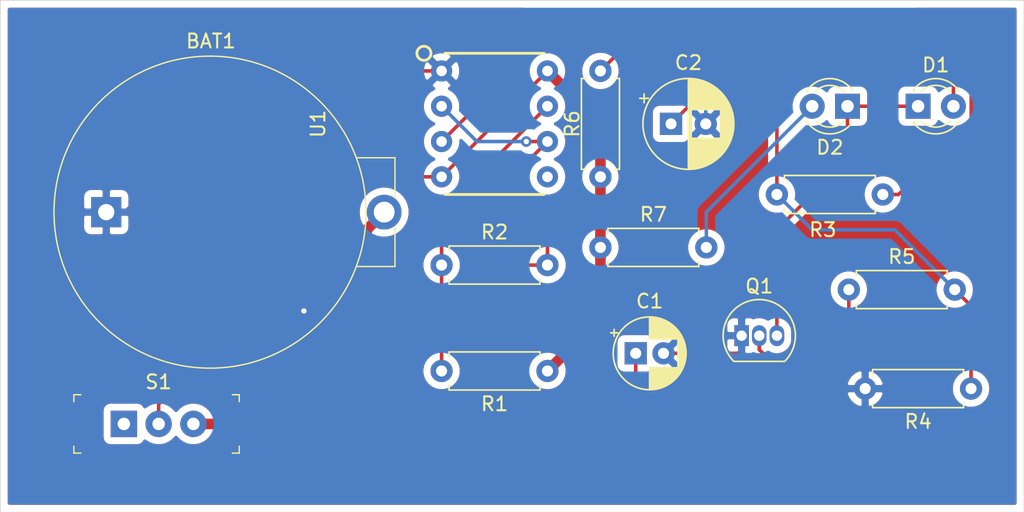
<source format=kicad_pcb>
(kicad_pcb (version 20171130) (host pcbnew "(5.1.5)-3")

  (general
    (thickness 1.6)
    (drawings 5)
    (tracks 79)
    (zones 0)
    (modules 15)
    (nets 14)
  )

  (page A4)
  (layers
    (0 F.Cu signal)
    (31 B.Cu signal)
    (32 B.Adhes user)
    (33 F.Adhes user)
    (34 B.Paste user)
    (35 F.Paste user)
    (36 B.SilkS user)
    (37 F.SilkS user)
    (38 B.Mask user)
    (39 F.Mask user)
    (40 Dwgs.User user)
    (41 Cmts.User user)
    (42 Eco1.User user)
    (43 Eco2.User user)
    (44 Edge.Cuts user)
    (45 Margin user)
    (46 B.CrtYd user)
    (47 F.CrtYd user)
    (48 B.Fab user)
    (49 F.Fab user)
  )

  (setup
    (last_trace_width 0.254)
    (user_trace_width 0.762)
    (trace_clearance 0.1778)
    (zone_clearance 0.508)
    (zone_45_only no)
    (trace_min 0.1524)
    (via_size 0.762)
    (via_drill 0.381)
    (via_min_size 0.6858)
    (via_min_drill 0.3302)
    (uvia_size 0.762)
    (uvia_drill 0.381)
    (uvias_allowed no)
    (uvia_min_size 0.6858)
    (uvia_min_drill 0.3302)
    (edge_width 0.05)
    (segment_width 0.2)
    (pcb_text_width 0.3)
    (pcb_text_size 1.5 1.5)
    (mod_edge_width 0.12)
    (mod_text_size 1 1)
    (mod_text_width 0.15)
    (pad_size 1.524 1.524)
    (pad_drill 0.762)
    (pad_to_mask_clearance 0.0508)
    (solder_mask_min_width 0.1016)
    (aux_axis_origin 0 0)
    (visible_elements 7FFFFFFF)
    (pcbplotparams
      (layerselection 0x010fc_ffffffff)
      (usegerberextensions false)
      (usegerberattributes false)
      (usegerberadvancedattributes false)
      (creategerberjobfile false)
      (excludeedgelayer true)
      (linewidth 0.100000)
      (plotframeref false)
      (viasonmask false)
      (mode 1)
      (useauxorigin false)
      (hpglpennumber 1)
      (hpglpenspeed 20)
      (hpglpendiameter 15.000000)
      (psnegative false)
      (psa4output false)
      (plotreference true)
      (plotvalue true)
      (plotinvisibletext false)
      (padsonsilk false)
      (subtractmaskfromsilk false)
      (outputformat 1)
      (mirror false)
      (drillshape 1)
      (scaleselection 1)
      (outputdirectory ""))
  )

  (net 0 "")
  (net 1 GND)
  (net 2 "Net-(BAT1-PadPos)")
  (net 3 "Net-(C1-Pad1)")
  (net 4 "Net-(C2-Pad1)")
  (net 5 "Net-(D1-Pad1)")
  (net 6 "Net-(D1-Pad2)")
  (net 7 "Net-(D2-Pad2)")
  (net 8 "Net-(Q1-Pad2)")
  (net 9 VCC)
  (net 10 "Net-(R1-Pad2)")
  (net 11 "Net-(R3-Pad2)")
  (net 12 "Net-(S1-Pad1)")
  (net 13 "Net-(U1-Pad5)")

  (net_class Default "This is the default net class."
    (clearance 0.1778)
    (trace_width 0.254)
    (via_dia 0.762)
    (via_drill 0.381)
    (uvia_dia 0.762)
    (uvia_drill 0.381)
    (add_net GND)
    (add_net "Net-(BAT1-PadPos)")
    (add_net "Net-(C1-Pad1)")
    (add_net "Net-(C2-Pad1)")
    (add_net "Net-(D1-Pad1)")
    (add_net "Net-(D1-Pad2)")
    (add_net "Net-(D2-Pad2)")
    (add_net "Net-(Q1-Pad2)")
    (add_net "Net-(R1-Pad2)")
    (add_net "Net-(R3-Pad2)")
    (add_net "Net-(S1-Pad1)")
    (add_net "Net-(U1-Pad5)")
    (add_net VCC)
  )

  (module digikey-footprints:Battery_Holder_Coin_2032_BS-7 (layer F.Cu) (tedit 5ACD0859) (tstamp 5E45A1DF)
    (at 101.6 85.09)
    (descr http://www.memoryprotectiondevices.com/datasheets/BS-7-datasheet.pdf)
    (path /5E45C604)
    (fp_text reference BAT1 (at 7.52856 -12.3063) (layer F.SilkS)
      (effects (font (size 1 1) (thickness 0.15)))
    )
    (fp_text value BS-7 (at 7.4676 13.56) (layer F.Fab)
      (effects (font (size 1 1) (thickness 0.15)))
    )
    (fp_line (start -3.9624 11.43) (end 21.5138 11.43) (layer F.CrtYd) (width 0.05))
    (fp_line (start -3.9624 -11.43) (end 21.5138 -11.43) (layer F.CrtYd) (width 0.05))
    (fp_line (start 21.5138 -11.43) (end 21.5138 11.43) (layer F.CrtYd) (width 0.05))
    (fp_line (start -3.9624 -11.43) (end -3.9624 11.43) (layer F.CrtYd) (width 0.05))
    (fp_line (start 20.7772 3.9116) (end 20.7772 1.0668) (layer F.SilkS) (width 0.1))
    (fp_line (start 20.7772 -3.9116) (end 20.7772 -1.0668) (layer F.SilkS) (width 0.1))
    (fp_line (start 18.034 3.9116) (end 20.7772 3.9116) (layer F.SilkS) (width 0.1))
    (fp_line (start 18.034 -3.9116) (end 20.7772 -3.9116) (layer F.SilkS) (width 0.1))
    (fp_line (start 20.6756 -3.81) (end 20.6756 3.81) (layer F.Fab) (width 0.1))
    (fp_line (start 17.9832 3.81) (end 20.6756 3.81) (layer F.Fab) (width 0.1))
    (fp_line (start 17.9832 -3.81) (end 20.6756 -3.81) (layer F.Fab) (width 0.1))
    (fp_text user %R (at 7.4676 0) (layer F.Fab)
      (effects (font (size 1 1) (thickness 0.15)))
    )
    (fp_circle (center 7.4676 0) (end -3.7592 0) (layer F.SilkS) (width 0.1))
    (fp_circle (center 7.4676 0) (end -3.7084 0) (layer F.Fab) (width 0.1))
    (pad Neg thru_hole rect (at 0 0) (size 2.17 2.17) (drill 1.17) (layers *.Cu *.Mask)
      (net 1 GND))
    (pad Pos thru_hole circle (at 20 0) (size 2.5 2.5) (drill 1.5) (layers *.Cu *.Mask)
      (net 2 "Net-(BAT1-PadPos)"))
  )

  (module Capacitor_THT:CP_Radial_D5.0mm_P2.00mm (layer F.Cu) (tedit 5AE50EF0) (tstamp 5E45A262)
    (at 139.7 95.25)
    (descr "CP, Radial series, Radial, pin pitch=2.00mm, , diameter=5mm, Electrolytic Capacitor")
    (tags "CP Radial series Radial pin pitch 2.00mm  diameter 5mm Electrolytic Capacitor")
    (path /5E4511E5)
    (fp_text reference C1 (at 1 -3.75) (layer F.SilkS)
      (effects (font (size 1 1) (thickness 0.15)))
    )
    (fp_text value 10uF (at 1 3.75) (layer F.Fab)
      (effects (font (size 1 1) (thickness 0.15)))
    )
    (fp_circle (center 1 0) (end 3.5 0) (layer F.Fab) (width 0.1))
    (fp_circle (center 1 0) (end 3.62 0) (layer F.SilkS) (width 0.12))
    (fp_circle (center 1 0) (end 3.75 0) (layer F.CrtYd) (width 0.05))
    (fp_line (start -1.133605 -1.0875) (end -0.633605 -1.0875) (layer F.Fab) (width 0.1))
    (fp_line (start -0.883605 -1.3375) (end -0.883605 -0.8375) (layer F.Fab) (width 0.1))
    (fp_line (start 1 1.04) (end 1 2.58) (layer F.SilkS) (width 0.12))
    (fp_line (start 1 -2.58) (end 1 -1.04) (layer F.SilkS) (width 0.12))
    (fp_line (start 1.04 1.04) (end 1.04 2.58) (layer F.SilkS) (width 0.12))
    (fp_line (start 1.04 -2.58) (end 1.04 -1.04) (layer F.SilkS) (width 0.12))
    (fp_line (start 1.08 -2.579) (end 1.08 -1.04) (layer F.SilkS) (width 0.12))
    (fp_line (start 1.08 1.04) (end 1.08 2.579) (layer F.SilkS) (width 0.12))
    (fp_line (start 1.12 -2.578) (end 1.12 -1.04) (layer F.SilkS) (width 0.12))
    (fp_line (start 1.12 1.04) (end 1.12 2.578) (layer F.SilkS) (width 0.12))
    (fp_line (start 1.16 -2.576) (end 1.16 -1.04) (layer F.SilkS) (width 0.12))
    (fp_line (start 1.16 1.04) (end 1.16 2.576) (layer F.SilkS) (width 0.12))
    (fp_line (start 1.2 -2.573) (end 1.2 -1.04) (layer F.SilkS) (width 0.12))
    (fp_line (start 1.2 1.04) (end 1.2 2.573) (layer F.SilkS) (width 0.12))
    (fp_line (start 1.24 -2.569) (end 1.24 -1.04) (layer F.SilkS) (width 0.12))
    (fp_line (start 1.24 1.04) (end 1.24 2.569) (layer F.SilkS) (width 0.12))
    (fp_line (start 1.28 -2.565) (end 1.28 -1.04) (layer F.SilkS) (width 0.12))
    (fp_line (start 1.28 1.04) (end 1.28 2.565) (layer F.SilkS) (width 0.12))
    (fp_line (start 1.32 -2.561) (end 1.32 -1.04) (layer F.SilkS) (width 0.12))
    (fp_line (start 1.32 1.04) (end 1.32 2.561) (layer F.SilkS) (width 0.12))
    (fp_line (start 1.36 -2.556) (end 1.36 -1.04) (layer F.SilkS) (width 0.12))
    (fp_line (start 1.36 1.04) (end 1.36 2.556) (layer F.SilkS) (width 0.12))
    (fp_line (start 1.4 -2.55) (end 1.4 -1.04) (layer F.SilkS) (width 0.12))
    (fp_line (start 1.4 1.04) (end 1.4 2.55) (layer F.SilkS) (width 0.12))
    (fp_line (start 1.44 -2.543) (end 1.44 -1.04) (layer F.SilkS) (width 0.12))
    (fp_line (start 1.44 1.04) (end 1.44 2.543) (layer F.SilkS) (width 0.12))
    (fp_line (start 1.48 -2.536) (end 1.48 -1.04) (layer F.SilkS) (width 0.12))
    (fp_line (start 1.48 1.04) (end 1.48 2.536) (layer F.SilkS) (width 0.12))
    (fp_line (start 1.52 -2.528) (end 1.52 -1.04) (layer F.SilkS) (width 0.12))
    (fp_line (start 1.52 1.04) (end 1.52 2.528) (layer F.SilkS) (width 0.12))
    (fp_line (start 1.56 -2.52) (end 1.56 -1.04) (layer F.SilkS) (width 0.12))
    (fp_line (start 1.56 1.04) (end 1.56 2.52) (layer F.SilkS) (width 0.12))
    (fp_line (start 1.6 -2.511) (end 1.6 -1.04) (layer F.SilkS) (width 0.12))
    (fp_line (start 1.6 1.04) (end 1.6 2.511) (layer F.SilkS) (width 0.12))
    (fp_line (start 1.64 -2.501) (end 1.64 -1.04) (layer F.SilkS) (width 0.12))
    (fp_line (start 1.64 1.04) (end 1.64 2.501) (layer F.SilkS) (width 0.12))
    (fp_line (start 1.68 -2.491) (end 1.68 -1.04) (layer F.SilkS) (width 0.12))
    (fp_line (start 1.68 1.04) (end 1.68 2.491) (layer F.SilkS) (width 0.12))
    (fp_line (start 1.721 -2.48) (end 1.721 -1.04) (layer F.SilkS) (width 0.12))
    (fp_line (start 1.721 1.04) (end 1.721 2.48) (layer F.SilkS) (width 0.12))
    (fp_line (start 1.761 -2.468) (end 1.761 -1.04) (layer F.SilkS) (width 0.12))
    (fp_line (start 1.761 1.04) (end 1.761 2.468) (layer F.SilkS) (width 0.12))
    (fp_line (start 1.801 -2.455) (end 1.801 -1.04) (layer F.SilkS) (width 0.12))
    (fp_line (start 1.801 1.04) (end 1.801 2.455) (layer F.SilkS) (width 0.12))
    (fp_line (start 1.841 -2.442) (end 1.841 -1.04) (layer F.SilkS) (width 0.12))
    (fp_line (start 1.841 1.04) (end 1.841 2.442) (layer F.SilkS) (width 0.12))
    (fp_line (start 1.881 -2.428) (end 1.881 -1.04) (layer F.SilkS) (width 0.12))
    (fp_line (start 1.881 1.04) (end 1.881 2.428) (layer F.SilkS) (width 0.12))
    (fp_line (start 1.921 -2.414) (end 1.921 -1.04) (layer F.SilkS) (width 0.12))
    (fp_line (start 1.921 1.04) (end 1.921 2.414) (layer F.SilkS) (width 0.12))
    (fp_line (start 1.961 -2.398) (end 1.961 -1.04) (layer F.SilkS) (width 0.12))
    (fp_line (start 1.961 1.04) (end 1.961 2.398) (layer F.SilkS) (width 0.12))
    (fp_line (start 2.001 -2.382) (end 2.001 -1.04) (layer F.SilkS) (width 0.12))
    (fp_line (start 2.001 1.04) (end 2.001 2.382) (layer F.SilkS) (width 0.12))
    (fp_line (start 2.041 -2.365) (end 2.041 -1.04) (layer F.SilkS) (width 0.12))
    (fp_line (start 2.041 1.04) (end 2.041 2.365) (layer F.SilkS) (width 0.12))
    (fp_line (start 2.081 -2.348) (end 2.081 -1.04) (layer F.SilkS) (width 0.12))
    (fp_line (start 2.081 1.04) (end 2.081 2.348) (layer F.SilkS) (width 0.12))
    (fp_line (start 2.121 -2.329) (end 2.121 -1.04) (layer F.SilkS) (width 0.12))
    (fp_line (start 2.121 1.04) (end 2.121 2.329) (layer F.SilkS) (width 0.12))
    (fp_line (start 2.161 -2.31) (end 2.161 -1.04) (layer F.SilkS) (width 0.12))
    (fp_line (start 2.161 1.04) (end 2.161 2.31) (layer F.SilkS) (width 0.12))
    (fp_line (start 2.201 -2.29) (end 2.201 -1.04) (layer F.SilkS) (width 0.12))
    (fp_line (start 2.201 1.04) (end 2.201 2.29) (layer F.SilkS) (width 0.12))
    (fp_line (start 2.241 -2.268) (end 2.241 -1.04) (layer F.SilkS) (width 0.12))
    (fp_line (start 2.241 1.04) (end 2.241 2.268) (layer F.SilkS) (width 0.12))
    (fp_line (start 2.281 -2.247) (end 2.281 -1.04) (layer F.SilkS) (width 0.12))
    (fp_line (start 2.281 1.04) (end 2.281 2.247) (layer F.SilkS) (width 0.12))
    (fp_line (start 2.321 -2.224) (end 2.321 -1.04) (layer F.SilkS) (width 0.12))
    (fp_line (start 2.321 1.04) (end 2.321 2.224) (layer F.SilkS) (width 0.12))
    (fp_line (start 2.361 -2.2) (end 2.361 -1.04) (layer F.SilkS) (width 0.12))
    (fp_line (start 2.361 1.04) (end 2.361 2.2) (layer F.SilkS) (width 0.12))
    (fp_line (start 2.401 -2.175) (end 2.401 -1.04) (layer F.SilkS) (width 0.12))
    (fp_line (start 2.401 1.04) (end 2.401 2.175) (layer F.SilkS) (width 0.12))
    (fp_line (start 2.441 -2.149) (end 2.441 -1.04) (layer F.SilkS) (width 0.12))
    (fp_line (start 2.441 1.04) (end 2.441 2.149) (layer F.SilkS) (width 0.12))
    (fp_line (start 2.481 -2.122) (end 2.481 -1.04) (layer F.SilkS) (width 0.12))
    (fp_line (start 2.481 1.04) (end 2.481 2.122) (layer F.SilkS) (width 0.12))
    (fp_line (start 2.521 -2.095) (end 2.521 -1.04) (layer F.SilkS) (width 0.12))
    (fp_line (start 2.521 1.04) (end 2.521 2.095) (layer F.SilkS) (width 0.12))
    (fp_line (start 2.561 -2.065) (end 2.561 -1.04) (layer F.SilkS) (width 0.12))
    (fp_line (start 2.561 1.04) (end 2.561 2.065) (layer F.SilkS) (width 0.12))
    (fp_line (start 2.601 -2.035) (end 2.601 -1.04) (layer F.SilkS) (width 0.12))
    (fp_line (start 2.601 1.04) (end 2.601 2.035) (layer F.SilkS) (width 0.12))
    (fp_line (start 2.641 -2.004) (end 2.641 -1.04) (layer F.SilkS) (width 0.12))
    (fp_line (start 2.641 1.04) (end 2.641 2.004) (layer F.SilkS) (width 0.12))
    (fp_line (start 2.681 -1.971) (end 2.681 -1.04) (layer F.SilkS) (width 0.12))
    (fp_line (start 2.681 1.04) (end 2.681 1.971) (layer F.SilkS) (width 0.12))
    (fp_line (start 2.721 -1.937) (end 2.721 -1.04) (layer F.SilkS) (width 0.12))
    (fp_line (start 2.721 1.04) (end 2.721 1.937) (layer F.SilkS) (width 0.12))
    (fp_line (start 2.761 -1.901) (end 2.761 -1.04) (layer F.SilkS) (width 0.12))
    (fp_line (start 2.761 1.04) (end 2.761 1.901) (layer F.SilkS) (width 0.12))
    (fp_line (start 2.801 -1.864) (end 2.801 -1.04) (layer F.SilkS) (width 0.12))
    (fp_line (start 2.801 1.04) (end 2.801 1.864) (layer F.SilkS) (width 0.12))
    (fp_line (start 2.841 -1.826) (end 2.841 -1.04) (layer F.SilkS) (width 0.12))
    (fp_line (start 2.841 1.04) (end 2.841 1.826) (layer F.SilkS) (width 0.12))
    (fp_line (start 2.881 -1.785) (end 2.881 -1.04) (layer F.SilkS) (width 0.12))
    (fp_line (start 2.881 1.04) (end 2.881 1.785) (layer F.SilkS) (width 0.12))
    (fp_line (start 2.921 -1.743) (end 2.921 -1.04) (layer F.SilkS) (width 0.12))
    (fp_line (start 2.921 1.04) (end 2.921 1.743) (layer F.SilkS) (width 0.12))
    (fp_line (start 2.961 -1.699) (end 2.961 -1.04) (layer F.SilkS) (width 0.12))
    (fp_line (start 2.961 1.04) (end 2.961 1.699) (layer F.SilkS) (width 0.12))
    (fp_line (start 3.001 -1.653) (end 3.001 -1.04) (layer F.SilkS) (width 0.12))
    (fp_line (start 3.001 1.04) (end 3.001 1.653) (layer F.SilkS) (width 0.12))
    (fp_line (start 3.041 -1.605) (end 3.041 1.605) (layer F.SilkS) (width 0.12))
    (fp_line (start 3.081 -1.554) (end 3.081 1.554) (layer F.SilkS) (width 0.12))
    (fp_line (start 3.121 -1.5) (end 3.121 1.5) (layer F.SilkS) (width 0.12))
    (fp_line (start 3.161 -1.443) (end 3.161 1.443) (layer F.SilkS) (width 0.12))
    (fp_line (start 3.201 -1.383) (end 3.201 1.383) (layer F.SilkS) (width 0.12))
    (fp_line (start 3.241 -1.319) (end 3.241 1.319) (layer F.SilkS) (width 0.12))
    (fp_line (start 3.281 -1.251) (end 3.281 1.251) (layer F.SilkS) (width 0.12))
    (fp_line (start 3.321 -1.178) (end 3.321 1.178) (layer F.SilkS) (width 0.12))
    (fp_line (start 3.361 -1.098) (end 3.361 1.098) (layer F.SilkS) (width 0.12))
    (fp_line (start 3.401 -1.011) (end 3.401 1.011) (layer F.SilkS) (width 0.12))
    (fp_line (start 3.441 -0.915) (end 3.441 0.915) (layer F.SilkS) (width 0.12))
    (fp_line (start 3.481 -0.805) (end 3.481 0.805) (layer F.SilkS) (width 0.12))
    (fp_line (start 3.521 -0.677) (end 3.521 0.677) (layer F.SilkS) (width 0.12))
    (fp_line (start 3.561 -0.518) (end 3.561 0.518) (layer F.SilkS) (width 0.12))
    (fp_line (start 3.601 -0.284) (end 3.601 0.284) (layer F.SilkS) (width 0.12))
    (fp_line (start -1.804775 -1.475) (end -1.304775 -1.475) (layer F.SilkS) (width 0.12))
    (fp_line (start -1.554775 -1.725) (end -1.554775 -1.225) (layer F.SilkS) (width 0.12))
    (fp_text user %R (at 1 0) (layer F.Fab)
      (effects (font (size 1 1) (thickness 0.15)))
    )
    (pad 1 thru_hole rect (at 0 0) (size 1.6 1.6) (drill 0.8) (layers *.Cu *.Mask)
      (net 3 "Net-(C1-Pad1)"))
    (pad 2 thru_hole circle (at 2 0) (size 1.6 1.6) (drill 0.8) (layers *.Cu *.Mask)
      (net 1 GND))
    (model ${KISYS3DMOD}/Capacitor_THT.3dshapes/CP_Radial_D5.0mm_P2.00mm.wrl
      (at (xyz 0 0 0))
      (scale (xyz 1 1 1))
      (rotate (xyz 0 0 0))
    )
  )

  (module Capacitor_THT:CP_Radial_D6.3mm_P2.50mm (layer F.Cu) (tedit 5AE50EF0) (tstamp 5E45A2F6)
    (at 142.24 78.74)
    (descr "CP, Radial series, Radial, pin pitch=2.50mm, , diameter=6.3mm, Electrolytic Capacitor")
    (tags "CP Radial series Radial pin pitch 2.50mm  diameter 6.3mm Electrolytic Capacitor")
    (path /5E45126B)
    (fp_text reference C2 (at 1.25 -4.4) (layer F.SilkS)
      (effects (font (size 1 1) (thickness 0.15)))
    )
    (fp_text value 100uF (at 1.25 4.4) (layer F.Fab)
      (effects (font (size 1 1) (thickness 0.15)))
    )
    (fp_circle (center 1.25 0) (end 4.4 0) (layer F.Fab) (width 0.1))
    (fp_circle (center 1.25 0) (end 4.52 0) (layer F.SilkS) (width 0.12))
    (fp_circle (center 1.25 0) (end 4.65 0) (layer F.CrtYd) (width 0.05))
    (fp_line (start -1.443972 -1.3735) (end -0.813972 -1.3735) (layer F.Fab) (width 0.1))
    (fp_line (start -1.128972 -1.6885) (end -1.128972 -1.0585) (layer F.Fab) (width 0.1))
    (fp_line (start 1.25 -3.23) (end 1.25 3.23) (layer F.SilkS) (width 0.12))
    (fp_line (start 1.29 -3.23) (end 1.29 3.23) (layer F.SilkS) (width 0.12))
    (fp_line (start 1.33 -3.23) (end 1.33 3.23) (layer F.SilkS) (width 0.12))
    (fp_line (start 1.37 -3.228) (end 1.37 3.228) (layer F.SilkS) (width 0.12))
    (fp_line (start 1.41 -3.227) (end 1.41 3.227) (layer F.SilkS) (width 0.12))
    (fp_line (start 1.45 -3.224) (end 1.45 3.224) (layer F.SilkS) (width 0.12))
    (fp_line (start 1.49 -3.222) (end 1.49 -1.04) (layer F.SilkS) (width 0.12))
    (fp_line (start 1.49 1.04) (end 1.49 3.222) (layer F.SilkS) (width 0.12))
    (fp_line (start 1.53 -3.218) (end 1.53 -1.04) (layer F.SilkS) (width 0.12))
    (fp_line (start 1.53 1.04) (end 1.53 3.218) (layer F.SilkS) (width 0.12))
    (fp_line (start 1.57 -3.215) (end 1.57 -1.04) (layer F.SilkS) (width 0.12))
    (fp_line (start 1.57 1.04) (end 1.57 3.215) (layer F.SilkS) (width 0.12))
    (fp_line (start 1.61 -3.211) (end 1.61 -1.04) (layer F.SilkS) (width 0.12))
    (fp_line (start 1.61 1.04) (end 1.61 3.211) (layer F.SilkS) (width 0.12))
    (fp_line (start 1.65 -3.206) (end 1.65 -1.04) (layer F.SilkS) (width 0.12))
    (fp_line (start 1.65 1.04) (end 1.65 3.206) (layer F.SilkS) (width 0.12))
    (fp_line (start 1.69 -3.201) (end 1.69 -1.04) (layer F.SilkS) (width 0.12))
    (fp_line (start 1.69 1.04) (end 1.69 3.201) (layer F.SilkS) (width 0.12))
    (fp_line (start 1.73 -3.195) (end 1.73 -1.04) (layer F.SilkS) (width 0.12))
    (fp_line (start 1.73 1.04) (end 1.73 3.195) (layer F.SilkS) (width 0.12))
    (fp_line (start 1.77 -3.189) (end 1.77 -1.04) (layer F.SilkS) (width 0.12))
    (fp_line (start 1.77 1.04) (end 1.77 3.189) (layer F.SilkS) (width 0.12))
    (fp_line (start 1.81 -3.182) (end 1.81 -1.04) (layer F.SilkS) (width 0.12))
    (fp_line (start 1.81 1.04) (end 1.81 3.182) (layer F.SilkS) (width 0.12))
    (fp_line (start 1.85 -3.175) (end 1.85 -1.04) (layer F.SilkS) (width 0.12))
    (fp_line (start 1.85 1.04) (end 1.85 3.175) (layer F.SilkS) (width 0.12))
    (fp_line (start 1.89 -3.167) (end 1.89 -1.04) (layer F.SilkS) (width 0.12))
    (fp_line (start 1.89 1.04) (end 1.89 3.167) (layer F.SilkS) (width 0.12))
    (fp_line (start 1.93 -3.159) (end 1.93 -1.04) (layer F.SilkS) (width 0.12))
    (fp_line (start 1.93 1.04) (end 1.93 3.159) (layer F.SilkS) (width 0.12))
    (fp_line (start 1.971 -3.15) (end 1.971 -1.04) (layer F.SilkS) (width 0.12))
    (fp_line (start 1.971 1.04) (end 1.971 3.15) (layer F.SilkS) (width 0.12))
    (fp_line (start 2.011 -3.141) (end 2.011 -1.04) (layer F.SilkS) (width 0.12))
    (fp_line (start 2.011 1.04) (end 2.011 3.141) (layer F.SilkS) (width 0.12))
    (fp_line (start 2.051 -3.131) (end 2.051 -1.04) (layer F.SilkS) (width 0.12))
    (fp_line (start 2.051 1.04) (end 2.051 3.131) (layer F.SilkS) (width 0.12))
    (fp_line (start 2.091 -3.121) (end 2.091 -1.04) (layer F.SilkS) (width 0.12))
    (fp_line (start 2.091 1.04) (end 2.091 3.121) (layer F.SilkS) (width 0.12))
    (fp_line (start 2.131 -3.11) (end 2.131 -1.04) (layer F.SilkS) (width 0.12))
    (fp_line (start 2.131 1.04) (end 2.131 3.11) (layer F.SilkS) (width 0.12))
    (fp_line (start 2.171 -3.098) (end 2.171 -1.04) (layer F.SilkS) (width 0.12))
    (fp_line (start 2.171 1.04) (end 2.171 3.098) (layer F.SilkS) (width 0.12))
    (fp_line (start 2.211 -3.086) (end 2.211 -1.04) (layer F.SilkS) (width 0.12))
    (fp_line (start 2.211 1.04) (end 2.211 3.086) (layer F.SilkS) (width 0.12))
    (fp_line (start 2.251 -3.074) (end 2.251 -1.04) (layer F.SilkS) (width 0.12))
    (fp_line (start 2.251 1.04) (end 2.251 3.074) (layer F.SilkS) (width 0.12))
    (fp_line (start 2.291 -3.061) (end 2.291 -1.04) (layer F.SilkS) (width 0.12))
    (fp_line (start 2.291 1.04) (end 2.291 3.061) (layer F.SilkS) (width 0.12))
    (fp_line (start 2.331 -3.047) (end 2.331 -1.04) (layer F.SilkS) (width 0.12))
    (fp_line (start 2.331 1.04) (end 2.331 3.047) (layer F.SilkS) (width 0.12))
    (fp_line (start 2.371 -3.033) (end 2.371 -1.04) (layer F.SilkS) (width 0.12))
    (fp_line (start 2.371 1.04) (end 2.371 3.033) (layer F.SilkS) (width 0.12))
    (fp_line (start 2.411 -3.018) (end 2.411 -1.04) (layer F.SilkS) (width 0.12))
    (fp_line (start 2.411 1.04) (end 2.411 3.018) (layer F.SilkS) (width 0.12))
    (fp_line (start 2.451 -3.002) (end 2.451 -1.04) (layer F.SilkS) (width 0.12))
    (fp_line (start 2.451 1.04) (end 2.451 3.002) (layer F.SilkS) (width 0.12))
    (fp_line (start 2.491 -2.986) (end 2.491 -1.04) (layer F.SilkS) (width 0.12))
    (fp_line (start 2.491 1.04) (end 2.491 2.986) (layer F.SilkS) (width 0.12))
    (fp_line (start 2.531 -2.97) (end 2.531 -1.04) (layer F.SilkS) (width 0.12))
    (fp_line (start 2.531 1.04) (end 2.531 2.97) (layer F.SilkS) (width 0.12))
    (fp_line (start 2.571 -2.952) (end 2.571 -1.04) (layer F.SilkS) (width 0.12))
    (fp_line (start 2.571 1.04) (end 2.571 2.952) (layer F.SilkS) (width 0.12))
    (fp_line (start 2.611 -2.934) (end 2.611 -1.04) (layer F.SilkS) (width 0.12))
    (fp_line (start 2.611 1.04) (end 2.611 2.934) (layer F.SilkS) (width 0.12))
    (fp_line (start 2.651 -2.916) (end 2.651 -1.04) (layer F.SilkS) (width 0.12))
    (fp_line (start 2.651 1.04) (end 2.651 2.916) (layer F.SilkS) (width 0.12))
    (fp_line (start 2.691 -2.896) (end 2.691 -1.04) (layer F.SilkS) (width 0.12))
    (fp_line (start 2.691 1.04) (end 2.691 2.896) (layer F.SilkS) (width 0.12))
    (fp_line (start 2.731 -2.876) (end 2.731 -1.04) (layer F.SilkS) (width 0.12))
    (fp_line (start 2.731 1.04) (end 2.731 2.876) (layer F.SilkS) (width 0.12))
    (fp_line (start 2.771 -2.856) (end 2.771 -1.04) (layer F.SilkS) (width 0.12))
    (fp_line (start 2.771 1.04) (end 2.771 2.856) (layer F.SilkS) (width 0.12))
    (fp_line (start 2.811 -2.834) (end 2.811 -1.04) (layer F.SilkS) (width 0.12))
    (fp_line (start 2.811 1.04) (end 2.811 2.834) (layer F.SilkS) (width 0.12))
    (fp_line (start 2.851 -2.812) (end 2.851 -1.04) (layer F.SilkS) (width 0.12))
    (fp_line (start 2.851 1.04) (end 2.851 2.812) (layer F.SilkS) (width 0.12))
    (fp_line (start 2.891 -2.79) (end 2.891 -1.04) (layer F.SilkS) (width 0.12))
    (fp_line (start 2.891 1.04) (end 2.891 2.79) (layer F.SilkS) (width 0.12))
    (fp_line (start 2.931 -2.766) (end 2.931 -1.04) (layer F.SilkS) (width 0.12))
    (fp_line (start 2.931 1.04) (end 2.931 2.766) (layer F.SilkS) (width 0.12))
    (fp_line (start 2.971 -2.742) (end 2.971 -1.04) (layer F.SilkS) (width 0.12))
    (fp_line (start 2.971 1.04) (end 2.971 2.742) (layer F.SilkS) (width 0.12))
    (fp_line (start 3.011 -2.716) (end 3.011 -1.04) (layer F.SilkS) (width 0.12))
    (fp_line (start 3.011 1.04) (end 3.011 2.716) (layer F.SilkS) (width 0.12))
    (fp_line (start 3.051 -2.69) (end 3.051 -1.04) (layer F.SilkS) (width 0.12))
    (fp_line (start 3.051 1.04) (end 3.051 2.69) (layer F.SilkS) (width 0.12))
    (fp_line (start 3.091 -2.664) (end 3.091 -1.04) (layer F.SilkS) (width 0.12))
    (fp_line (start 3.091 1.04) (end 3.091 2.664) (layer F.SilkS) (width 0.12))
    (fp_line (start 3.131 -2.636) (end 3.131 -1.04) (layer F.SilkS) (width 0.12))
    (fp_line (start 3.131 1.04) (end 3.131 2.636) (layer F.SilkS) (width 0.12))
    (fp_line (start 3.171 -2.607) (end 3.171 -1.04) (layer F.SilkS) (width 0.12))
    (fp_line (start 3.171 1.04) (end 3.171 2.607) (layer F.SilkS) (width 0.12))
    (fp_line (start 3.211 -2.578) (end 3.211 -1.04) (layer F.SilkS) (width 0.12))
    (fp_line (start 3.211 1.04) (end 3.211 2.578) (layer F.SilkS) (width 0.12))
    (fp_line (start 3.251 -2.548) (end 3.251 -1.04) (layer F.SilkS) (width 0.12))
    (fp_line (start 3.251 1.04) (end 3.251 2.548) (layer F.SilkS) (width 0.12))
    (fp_line (start 3.291 -2.516) (end 3.291 -1.04) (layer F.SilkS) (width 0.12))
    (fp_line (start 3.291 1.04) (end 3.291 2.516) (layer F.SilkS) (width 0.12))
    (fp_line (start 3.331 -2.484) (end 3.331 -1.04) (layer F.SilkS) (width 0.12))
    (fp_line (start 3.331 1.04) (end 3.331 2.484) (layer F.SilkS) (width 0.12))
    (fp_line (start 3.371 -2.45) (end 3.371 -1.04) (layer F.SilkS) (width 0.12))
    (fp_line (start 3.371 1.04) (end 3.371 2.45) (layer F.SilkS) (width 0.12))
    (fp_line (start 3.411 -2.416) (end 3.411 -1.04) (layer F.SilkS) (width 0.12))
    (fp_line (start 3.411 1.04) (end 3.411 2.416) (layer F.SilkS) (width 0.12))
    (fp_line (start 3.451 -2.38) (end 3.451 -1.04) (layer F.SilkS) (width 0.12))
    (fp_line (start 3.451 1.04) (end 3.451 2.38) (layer F.SilkS) (width 0.12))
    (fp_line (start 3.491 -2.343) (end 3.491 -1.04) (layer F.SilkS) (width 0.12))
    (fp_line (start 3.491 1.04) (end 3.491 2.343) (layer F.SilkS) (width 0.12))
    (fp_line (start 3.531 -2.305) (end 3.531 -1.04) (layer F.SilkS) (width 0.12))
    (fp_line (start 3.531 1.04) (end 3.531 2.305) (layer F.SilkS) (width 0.12))
    (fp_line (start 3.571 -2.265) (end 3.571 2.265) (layer F.SilkS) (width 0.12))
    (fp_line (start 3.611 -2.224) (end 3.611 2.224) (layer F.SilkS) (width 0.12))
    (fp_line (start 3.651 -2.182) (end 3.651 2.182) (layer F.SilkS) (width 0.12))
    (fp_line (start 3.691 -2.137) (end 3.691 2.137) (layer F.SilkS) (width 0.12))
    (fp_line (start 3.731 -2.092) (end 3.731 2.092) (layer F.SilkS) (width 0.12))
    (fp_line (start 3.771 -2.044) (end 3.771 2.044) (layer F.SilkS) (width 0.12))
    (fp_line (start 3.811 -1.995) (end 3.811 1.995) (layer F.SilkS) (width 0.12))
    (fp_line (start 3.851 -1.944) (end 3.851 1.944) (layer F.SilkS) (width 0.12))
    (fp_line (start 3.891 -1.89) (end 3.891 1.89) (layer F.SilkS) (width 0.12))
    (fp_line (start 3.931 -1.834) (end 3.931 1.834) (layer F.SilkS) (width 0.12))
    (fp_line (start 3.971 -1.776) (end 3.971 1.776) (layer F.SilkS) (width 0.12))
    (fp_line (start 4.011 -1.714) (end 4.011 1.714) (layer F.SilkS) (width 0.12))
    (fp_line (start 4.051 -1.65) (end 4.051 1.65) (layer F.SilkS) (width 0.12))
    (fp_line (start 4.091 -1.581) (end 4.091 1.581) (layer F.SilkS) (width 0.12))
    (fp_line (start 4.131 -1.509) (end 4.131 1.509) (layer F.SilkS) (width 0.12))
    (fp_line (start 4.171 -1.432) (end 4.171 1.432) (layer F.SilkS) (width 0.12))
    (fp_line (start 4.211 -1.35) (end 4.211 1.35) (layer F.SilkS) (width 0.12))
    (fp_line (start 4.251 -1.262) (end 4.251 1.262) (layer F.SilkS) (width 0.12))
    (fp_line (start 4.291 -1.165) (end 4.291 1.165) (layer F.SilkS) (width 0.12))
    (fp_line (start 4.331 -1.059) (end 4.331 1.059) (layer F.SilkS) (width 0.12))
    (fp_line (start 4.371 -0.94) (end 4.371 0.94) (layer F.SilkS) (width 0.12))
    (fp_line (start 4.411 -0.802) (end 4.411 0.802) (layer F.SilkS) (width 0.12))
    (fp_line (start 4.451 -0.633) (end 4.451 0.633) (layer F.SilkS) (width 0.12))
    (fp_line (start 4.491 -0.402) (end 4.491 0.402) (layer F.SilkS) (width 0.12))
    (fp_line (start -2.250241 -1.839) (end -1.620241 -1.839) (layer F.SilkS) (width 0.12))
    (fp_line (start -1.935241 -2.154) (end -1.935241 -1.524) (layer F.SilkS) (width 0.12))
    (fp_text user %R (at 1.25 0) (layer F.Fab)
      (effects (font (size 1 1) (thickness 0.15)))
    )
    (pad 1 thru_hole rect (at 0 0) (size 1.6 1.6) (drill 0.8) (layers *.Cu *.Mask)
      (net 4 "Net-(C2-Pad1)"))
    (pad 2 thru_hole circle (at 2.5 0) (size 1.6 1.6) (drill 0.8) (layers *.Cu *.Mask)
      (net 1 GND))
    (model ${KISYS3DMOD}/Capacitor_THT.3dshapes/CP_Radial_D6.3mm_P2.50mm.wrl
      (at (xyz 0 0 0))
      (scale (xyz 1 1 1))
      (rotate (xyz 0 0 0))
    )
  )

  (module LED_THT:LED_D3.0mm (layer F.Cu) (tedit 587A3A7B) (tstamp 5E45A309)
    (at 160.02 77.47)
    (descr "LED, diameter 3.0mm, 2 pins")
    (tags "LED diameter 3.0mm 2 pins")
    (path /5E45380F)
    (fp_text reference D1 (at 1.27 -2.96) (layer F.SilkS)
      (effects (font (size 1 1) (thickness 0.15)))
    )
    (fp_text value RED (at 1.27 2.96) (layer F.Fab)
      (effects (font (size 1 1) (thickness 0.15)))
    )
    (fp_arc (start 1.27 0) (end -0.23 -1.16619) (angle 284.3) (layer F.Fab) (width 0.1))
    (fp_arc (start 1.27 0) (end -0.29 -1.235516) (angle 108.8) (layer F.SilkS) (width 0.12))
    (fp_arc (start 1.27 0) (end -0.29 1.235516) (angle -108.8) (layer F.SilkS) (width 0.12))
    (fp_arc (start 1.27 0) (end 0.229039 -1.08) (angle 87.9) (layer F.SilkS) (width 0.12))
    (fp_arc (start 1.27 0) (end 0.229039 1.08) (angle -87.9) (layer F.SilkS) (width 0.12))
    (fp_circle (center 1.27 0) (end 2.77 0) (layer F.Fab) (width 0.1))
    (fp_line (start -0.23 -1.16619) (end -0.23 1.16619) (layer F.Fab) (width 0.1))
    (fp_line (start -0.29 -1.236) (end -0.29 -1.08) (layer F.SilkS) (width 0.12))
    (fp_line (start -0.29 1.08) (end -0.29 1.236) (layer F.SilkS) (width 0.12))
    (fp_line (start -1.15 -2.25) (end -1.15 2.25) (layer F.CrtYd) (width 0.05))
    (fp_line (start -1.15 2.25) (end 3.7 2.25) (layer F.CrtYd) (width 0.05))
    (fp_line (start 3.7 2.25) (end 3.7 -2.25) (layer F.CrtYd) (width 0.05))
    (fp_line (start 3.7 -2.25) (end -1.15 -2.25) (layer F.CrtYd) (width 0.05))
    (pad 1 thru_hole rect (at 0 0) (size 1.8 1.8) (drill 0.9) (layers *.Cu *.Mask)
      (net 5 "Net-(D1-Pad1)"))
    (pad 2 thru_hole circle (at 2.54 0) (size 1.8 1.8) (drill 0.9) (layers *.Cu *.Mask)
      (net 6 "Net-(D1-Pad2)"))
    (model ${KISYS3DMOD}/LED_THT.3dshapes/LED_D3.0mm.wrl
      (at (xyz 0 0 0))
      (scale (xyz 1 1 1))
      (rotate (xyz 0 0 0))
    )
  )

  (module LED_THT:LED_D3.0mm (layer F.Cu) (tedit 587A3A7B) (tstamp 5E45A31C)
    (at 154.94 77.47 180)
    (descr "LED, diameter 3.0mm, 2 pins")
    (tags "LED diameter 3.0mm 2 pins")
    (path /5E4547B8)
    (fp_text reference D2 (at 1.27 -2.96) (layer F.SilkS)
      (effects (font (size 1 1) (thickness 0.15)))
    )
    (fp_text value RED (at 1.27 2.96) (layer F.Fab)
      (effects (font (size 1 1) (thickness 0.15)))
    )
    (fp_line (start 3.7 -2.25) (end -1.15 -2.25) (layer F.CrtYd) (width 0.05))
    (fp_line (start 3.7 2.25) (end 3.7 -2.25) (layer F.CrtYd) (width 0.05))
    (fp_line (start -1.15 2.25) (end 3.7 2.25) (layer F.CrtYd) (width 0.05))
    (fp_line (start -1.15 -2.25) (end -1.15 2.25) (layer F.CrtYd) (width 0.05))
    (fp_line (start -0.29 1.08) (end -0.29 1.236) (layer F.SilkS) (width 0.12))
    (fp_line (start -0.29 -1.236) (end -0.29 -1.08) (layer F.SilkS) (width 0.12))
    (fp_line (start -0.23 -1.16619) (end -0.23 1.16619) (layer F.Fab) (width 0.1))
    (fp_circle (center 1.27 0) (end 2.77 0) (layer F.Fab) (width 0.1))
    (fp_arc (start 1.27 0) (end 0.229039 1.08) (angle -87.9) (layer F.SilkS) (width 0.12))
    (fp_arc (start 1.27 0) (end 0.229039 -1.08) (angle 87.9) (layer F.SilkS) (width 0.12))
    (fp_arc (start 1.27 0) (end -0.29 1.235516) (angle -108.8) (layer F.SilkS) (width 0.12))
    (fp_arc (start 1.27 0) (end -0.29 -1.235516) (angle 108.8) (layer F.SilkS) (width 0.12))
    (fp_arc (start 1.27 0) (end -0.23 -1.16619) (angle 284.3) (layer F.Fab) (width 0.1))
    (pad 2 thru_hole circle (at 2.54 0 180) (size 1.8 1.8) (drill 0.9) (layers *.Cu *.Mask)
      (net 7 "Net-(D2-Pad2)"))
    (pad 1 thru_hole rect (at 0 0 180) (size 1.8 1.8) (drill 0.9) (layers *.Cu *.Mask)
      (net 5 "Net-(D1-Pad1)"))
    (model ${KISYS3DMOD}/LED_THT.3dshapes/LED_D3.0mm.wrl
      (at (xyz 0 0 0))
      (scale (xyz 1 1 1))
      (rotate (xyz 0 0 0))
    )
  )

  (module Package_TO_SOT_THT:TO-92_Inline (layer F.Cu) (tedit 5A1DD157) (tstamp 5E45A32E)
    (at 147.32 93.98)
    (descr "TO-92 leads in-line, narrow, oval pads, drill 0.75mm (see NXP sot054_po.pdf)")
    (tags "to-92 sc-43 sc-43a sot54 PA33 transistor")
    (path /5E45618E)
    (fp_text reference Q1 (at 1.27 -3.56) (layer F.SilkS)
      (effects (font (size 1 1) (thickness 0.15)))
    )
    (fp_text value 2N3904 (at 1.27 2.79) (layer F.Fab)
      (effects (font (size 1 1) (thickness 0.15)))
    )
    (fp_text user %R (at 1.27 -3.56) (layer F.Fab)
      (effects (font (size 1 1) (thickness 0.15)))
    )
    (fp_line (start -0.53 1.85) (end 3.07 1.85) (layer F.SilkS) (width 0.12))
    (fp_line (start -0.5 1.75) (end 3 1.75) (layer F.Fab) (width 0.1))
    (fp_line (start -1.46 -2.73) (end 4 -2.73) (layer F.CrtYd) (width 0.05))
    (fp_line (start -1.46 -2.73) (end -1.46 2.01) (layer F.CrtYd) (width 0.05))
    (fp_line (start 4 2.01) (end 4 -2.73) (layer F.CrtYd) (width 0.05))
    (fp_line (start 4 2.01) (end -1.46 2.01) (layer F.CrtYd) (width 0.05))
    (fp_arc (start 1.27 0) (end 1.27 -2.48) (angle 135) (layer F.Fab) (width 0.1))
    (fp_arc (start 1.27 0) (end 1.27 -2.6) (angle -135) (layer F.SilkS) (width 0.12))
    (fp_arc (start 1.27 0) (end 1.27 -2.48) (angle -135) (layer F.Fab) (width 0.1))
    (fp_arc (start 1.27 0) (end 1.27 -2.6) (angle 135) (layer F.SilkS) (width 0.12))
    (pad 2 thru_hole oval (at 1.27 0) (size 1.05 1.5) (drill 0.75) (layers *.Cu *.Mask)
      (net 8 "Net-(Q1-Pad2)"))
    (pad 3 thru_hole oval (at 2.54 0) (size 1.05 1.5) (drill 0.75) (layers *.Cu *.Mask)
      (net 5 "Net-(D1-Pad1)"))
    (pad 1 thru_hole rect (at 0 0) (size 1.05 1.5) (drill 0.75) (layers *.Cu *.Mask)
      (net 1 GND))
    (model ${KISYS3DMOD}/Package_TO_SOT_THT.3dshapes/TO-92_Inline.wrl
      (at (xyz 0 0 0))
      (scale (xyz 1 1 1))
      (rotate (xyz 0 0 0))
    )
  )

  (module Resistor_THT:R_Axial_DIN0207_L6.3mm_D2.5mm_P7.62mm_Horizontal (layer F.Cu) (tedit 5AE5139B) (tstamp 5E45A345)
    (at 133.35 96.52 180)
    (descr "Resistor, Axial_DIN0207 series, Axial, Horizontal, pin pitch=7.62mm, 0.25W = 1/4W, length*diameter=6.3*2.5mm^2, http://cdn-reichelt.de/documents/datenblatt/B400/1_4W%23YAG.pdf")
    (tags "Resistor Axial_DIN0207 series Axial Horizontal pin pitch 7.62mm 0.25W = 1/4W length 6.3mm diameter 2.5mm")
    (path /5E44E834)
    (fp_text reference R1 (at 3.81 -2.37) (layer F.SilkS)
      (effects (font (size 1 1) (thickness 0.15)))
    )
    (fp_text value 22k (at 3.81 2.37) (layer F.Fab)
      (effects (font (size 1 1) (thickness 0.15)))
    )
    (fp_line (start 0.66 -1.25) (end 0.66 1.25) (layer F.Fab) (width 0.1))
    (fp_line (start 0.66 1.25) (end 6.96 1.25) (layer F.Fab) (width 0.1))
    (fp_line (start 6.96 1.25) (end 6.96 -1.25) (layer F.Fab) (width 0.1))
    (fp_line (start 6.96 -1.25) (end 0.66 -1.25) (layer F.Fab) (width 0.1))
    (fp_line (start 0 0) (end 0.66 0) (layer F.Fab) (width 0.1))
    (fp_line (start 7.62 0) (end 6.96 0) (layer F.Fab) (width 0.1))
    (fp_line (start 0.54 -1.04) (end 0.54 -1.37) (layer F.SilkS) (width 0.12))
    (fp_line (start 0.54 -1.37) (end 7.08 -1.37) (layer F.SilkS) (width 0.12))
    (fp_line (start 7.08 -1.37) (end 7.08 -1.04) (layer F.SilkS) (width 0.12))
    (fp_line (start 0.54 1.04) (end 0.54 1.37) (layer F.SilkS) (width 0.12))
    (fp_line (start 0.54 1.37) (end 7.08 1.37) (layer F.SilkS) (width 0.12))
    (fp_line (start 7.08 1.37) (end 7.08 1.04) (layer F.SilkS) (width 0.12))
    (fp_line (start -1.05 -1.5) (end -1.05 1.5) (layer F.CrtYd) (width 0.05))
    (fp_line (start -1.05 1.5) (end 8.67 1.5) (layer F.CrtYd) (width 0.05))
    (fp_line (start 8.67 1.5) (end 8.67 -1.5) (layer F.CrtYd) (width 0.05))
    (fp_line (start 8.67 -1.5) (end -1.05 -1.5) (layer F.CrtYd) (width 0.05))
    (fp_text user %R (at 3.81 0) (layer F.Fab)
      (effects (font (size 1 1) (thickness 0.15)))
    )
    (pad 1 thru_hole circle (at 0 0 180) (size 1.6 1.6) (drill 0.8) (layers *.Cu *.Mask)
      (net 9 VCC))
    (pad 2 thru_hole oval (at 7.62 0 180) (size 1.6 1.6) (drill 0.8) (layers *.Cu *.Mask)
      (net 10 "Net-(R1-Pad2)"))
    (model ${KISYS3DMOD}/Resistor_THT.3dshapes/R_Axial_DIN0207_L6.3mm_D2.5mm_P7.62mm_Horizontal.wrl
      (at (xyz 0 0 0))
      (scale (xyz 1 1 1))
      (rotate (xyz 0 0 0))
    )
  )

  (module Resistor_THT:R_Axial_DIN0207_L6.3mm_D2.5mm_P7.62mm_Horizontal (layer F.Cu) (tedit 5AE5139B) (tstamp 5E45A35C)
    (at 125.73 88.9)
    (descr "Resistor, Axial_DIN0207 series, Axial, Horizontal, pin pitch=7.62mm, 0.25W = 1/4W, length*diameter=6.3*2.5mm^2, http://cdn-reichelt.de/documents/datenblatt/B400/1_4W%23YAG.pdf")
    (tags "Resistor Axial_DIN0207 series Axial Horizontal pin pitch 7.62mm 0.25W = 1/4W length 6.3mm diameter 2.5mm")
    (path /5E44F03D)
    (fp_text reference R2 (at 3.81 -2.37) (layer F.SilkS)
      (effects (font (size 1 1) (thickness 0.15)))
    )
    (fp_text value 330k (at 3.81 2.37) (layer F.Fab)
      (effects (font (size 1 1) (thickness 0.15)))
    )
    (fp_text user %R (at 3.81 0) (layer F.Fab)
      (effects (font (size 1 1) (thickness 0.15)))
    )
    (fp_line (start 8.67 -1.5) (end -1.05 -1.5) (layer F.CrtYd) (width 0.05))
    (fp_line (start 8.67 1.5) (end 8.67 -1.5) (layer F.CrtYd) (width 0.05))
    (fp_line (start -1.05 1.5) (end 8.67 1.5) (layer F.CrtYd) (width 0.05))
    (fp_line (start -1.05 -1.5) (end -1.05 1.5) (layer F.CrtYd) (width 0.05))
    (fp_line (start 7.08 1.37) (end 7.08 1.04) (layer F.SilkS) (width 0.12))
    (fp_line (start 0.54 1.37) (end 7.08 1.37) (layer F.SilkS) (width 0.12))
    (fp_line (start 0.54 1.04) (end 0.54 1.37) (layer F.SilkS) (width 0.12))
    (fp_line (start 7.08 -1.37) (end 7.08 -1.04) (layer F.SilkS) (width 0.12))
    (fp_line (start 0.54 -1.37) (end 7.08 -1.37) (layer F.SilkS) (width 0.12))
    (fp_line (start 0.54 -1.04) (end 0.54 -1.37) (layer F.SilkS) (width 0.12))
    (fp_line (start 7.62 0) (end 6.96 0) (layer F.Fab) (width 0.1))
    (fp_line (start 0 0) (end 0.66 0) (layer F.Fab) (width 0.1))
    (fp_line (start 6.96 -1.25) (end 0.66 -1.25) (layer F.Fab) (width 0.1))
    (fp_line (start 6.96 1.25) (end 6.96 -1.25) (layer F.Fab) (width 0.1))
    (fp_line (start 0.66 1.25) (end 6.96 1.25) (layer F.Fab) (width 0.1))
    (fp_line (start 0.66 -1.25) (end 0.66 1.25) (layer F.Fab) (width 0.1))
    (pad 2 thru_hole oval (at 7.62 0) (size 1.6 1.6) (drill 0.8) (layers *.Cu *.Mask)
      (net 3 "Net-(C1-Pad1)"))
    (pad 1 thru_hole circle (at 0 0) (size 1.6 1.6) (drill 0.8) (layers *.Cu *.Mask)
      (net 10 "Net-(R1-Pad2)"))
    (model ${KISYS3DMOD}/Resistor_THT.3dshapes/R_Axial_DIN0207_L6.3mm_D2.5mm_P7.62mm_Horizontal.wrl
      (at (xyz 0 0 0))
      (scale (xyz 1 1 1))
      (rotate (xyz 0 0 0))
    )
  )

  (module Resistor_THT:R_Axial_DIN0207_L6.3mm_D2.5mm_P7.62mm_Horizontal (layer F.Cu) (tedit 5AE5139B) (tstamp 5E45A373)
    (at 149.86 83.82)
    (descr "Resistor, Axial_DIN0207 series, Axial, Horizontal, pin pitch=7.62mm, 0.25W = 1/4W, length*diameter=6.3*2.5mm^2, http://cdn-reichelt.de/documents/datenblatt/B400/1_4W%23YAG.pdf")
    (tags "Resistor Axial_DIN0207 series Axial Horizontal pin pitch 7.62mm 0.25W = 1/4W length 6.3mm diameter 2.5mm")
    (path /5E44F60C)
    (fp_text reference R3 (at 3.302 2.54) (layer F.SilkS)
      (effects (font (size 1 1) (thickness 0.15)))
    )
    (fp_text value 22k (at 3.81 2.37) (layer F.Fab)
      (effects (font (size 1 1) (thickness 0.15)))
    )
    (fp_line (start 0.66 -1.25) (end 0.66 1.25) (layer F.Fab) (width 0.1))
    (fp_line (start 0.66 1.25) (end 6.96 1.25) (layer F.Fab) (width 0.1))
    (fp_line (start 6.96 1.25) (end 6.96 -1.25) (layer F.Fab) (width 0.1))
    (fp_line (start 6.96 -1.25) (end 0.66 -1.25) (layer F.Fab) (width 0.1))
    (fp_line (start 0 0) (end 0.66 0) (layer F.Fab) (width 0.1))
    (fp_line (start 7.62 0) (end 6.96 0) (layer F.Fab) (width 0.1))
    (fp_line (start 0.54 -1.04) (end 0.54 -1.37) (layer F.SilkS) (width 0.12))
    (fp_line (start 0.54 -1.37) (end 7.08 -1.37) (layer F.SilkS) (width 0.12))
    (fp_line (start 7.08 -1.37) (end 7.08 -1.04) (layer F.SilkS) (width 0.12))
    (fp_line (start 0.54 1.04) (end 0.54 1.37) (layer F.SilkS) (width 0.12))
    (fp_line (start 0.54 1.37) (end 7.08 1.37) (layer F.SilkS) (width 0.12))
    (fp_line (start 7.08 1.37) (end 7.08 1.04) (layer F.SilkS) (width 0.12))
    (fp_line (start -1.05 -1.5) (end -1.05 1.5) (layer F.CrtYd) (width 0.05))
    (fp_line (start -1.05 1.5) (end 8.67 1.5) (layer F.CrtYd) (width 0.05))
    (fp_line (start 8.67 1.5) (end 8.67 -1.5) (layer F.CrtYd) (width 0.05))
    (fp_line (start 8.67 -1.5) (end -1.05 -1.5) (layer F.CrtYd) (width 0.05))
    (fp_text user %R (at 3.81 0) (layer F.Fab)
      (effects (font (size 1 1) (thickness 0.15)))
    )
    (pad 1 thru_hole circle (at 0 0) (size 1.6 1.6) (drill 0.8) (layers *.Cu *.Mask)
      (net 4 "Net-(C2-Pad1)"))
    (pad 2 thru_hole oval (at 7.62 0) (size 1.6 1.6) (drill 0.8) (layers *.Cu *.Mask)
      (net 11 "Net-(R3-Pad2)"))
    (model ${KISYS3DMOD}/Resistor_THT.3dshapes/R_Axial_DIN0207_L6.3mm_D2.5mm_P7.62mm_Horizontal.wrl
      (at (xyz 0 0 0))
      (scale (xyz 1 1 1))
      (rotate (xyz 0 0 0))
    )
  )

  (module Resistor_THT:R_Axial_DIN0207_L6.3mm_D2.5mm_P7.62mm_Horizontal (layer F.Cu) (tedit 5AE5139B) (tstamp 5E45A38A)
    (at 163.83 97.79 180)
    (descr "Resistor, Axial_DIN0207 series, Axial, Horizontal, pin pitch=7.62mm, 0.25W = 1/4W, length*diameter=6.3*2.5mm^2, http://cdn-reichelt.de/documents/datenblatt/B400/1_4W%23YAG.pdf")
    (tags "Resistor Axial_DIN0207 series Axial Horizontal pin pitch 7.62mm 0.25W = 1/4W length 6.3mm diameter 2.5mm")
    (path /5E45011D)
    (fp_text reference R4 (at 3.81 -2.37) (layer F.SilkS)
      (effects (font (size 1 1) (thickness 0.15)))
    )
    (fp_text value 100k (at 3.81 2.37) (layer F.Fab)
      (effects (font (size 1 1) (thickness 0.15)))
    )
    (fp_line (start 0.66 -1.25) (end 0.66 1.25) (layer F.Fab) (width 0.1))
    (fp_line (start 0.66 1.25) (end 6.96 1.25) (layer F.Fab) (width 0.1))
    (fp_line (start 6.96 1.25) (end 6.96 -1.25) (layer F.Fab) (width 0.1))
    (fp_line (start 6.96 -1.25) (end 0.66 -1.25) (layer F.Fab) (width 0.1))
    (fp_line (start 0 0) (end 0.66 0) (layer F.Fab) (width 0.1))
    (fp_line (start 7.62 0) (end 6.96 0) (layer F.Fab) (width 0.1))
    (fp_line (start 0.54 -1.04) (end 0.54 -1.37) (layer F.SilkS) (width 0.12))
    (fp_line (start 0.54 -1.37) (end 7.08 -1.37) (layer F.SilkS) (width 0.12))
    (fp_line (start 7.08 -1.37) (end 7.08 -1.04) (layer F.SilkS) (width 0.12))
    (fp_line (start 0.54 1.04) (end 0.54 1.37) (layer F.SilkS) (width 0.12))
    (fp_line (start 0.54 1.37) (end 7.08 1.37) (layer F.SilkS) (width 0.12))
    (fp_line (start 7.08 1.37) (end 7.08 1.04) (layer F.SilkS) (width 0.12))
    (fp_line (start -1.05 -1.5) (end -1.05 1.5) (layer F.CrtYd) (width 0.05))
    (fp_line (start -1.05 1.5) (end 8.67 1.5) (layer F.CrtYd) (width 0.05))
    (fp_line (start 8.67 1.5) (end 8.67 -1.5) (layer F.CrtYd) (width 0.05))
    (fp_line (start 8.67 -1.5) (end -1.05 -1.5) (layer F.CrtYd) (width 0.05))
    (fp_text user %R (at 3.81 0) (layer F.Fab)
      (effects (font (size 1 1) (thickness 0.15)))
    )
    (pad 1 thru_hole circle (at 0 0 180) (size 1.6 1.6) (drill 0.8) (layers *.Cu *.Mask)
      (net 4 "Net-(C2-Pad1)"))
    (pad 2 thru_hole oval (at 7.62 0 180) (size 1.6 1.6) (drill 0.8) (layers *.Cu *.Mask)
      (net 1 GND))
    (model ${KISYS3DMOD}/Resistor_THT.3dshapes/R_Axial_DIN0207_L6.3mm_D2.5mm_P7.62mm_Horizontal.wrl
      (at (xyz 0 0 0))
      (scale (xyz 1 1 1))
      (rotate (xyz 0 0 0))
    )
  )

  (module Resistor_THT:R_Axial_DIN0207_L6.3mm_D2.5mm_P7.62mm_Horizontal (layer F.Cu) (tedit 5AE5139B) (tstamp 5E45A3A1)
    (at 155.035001 90.665001)
    (descr "Resistor, Axial_DIN0207 series, Axial, Horizontal, pin pitch=7.62mm, 0.25W = 1/4W, length*diameter=6.3*2.5mm^2, http://cdn-reichelt.de/documents/datenblatt/B400/1_4W%23YAG.pdf")
    (tags "Resistor Axial_DIN0207 series Axial Horizontal pin pitch 7.62mm 0.25W = 1/4W length 6.3mm diameter 2.5mm")
    (path /5E44FD4D)
    (fp_text reference R5 (at 3.81 -2.37) (layer F.SilkS)
      (effects (font (size 1 1) (thickness 0.15)))
    )
    (fp_text value 10k (at 3.81 2.37) (layer F.Fab)
      (effects (font (size 1 1) (thickness 0.15)))
    )
    (fp_text user %R (at 3.81 0) (layer F.Fab)
      (effects (font (size 1 1) (thickness 0.15)))
    )
    (fp_line (start 8.67 -1.5) (end -1.05 -1.5) (layer F.CrtYd) (width 0.05))
    (fp_line (start 8.67 1.5) (end 8.67 -1.5) (layer F.CrtYd) (width 0.05))
    (fp_line (start -1.05 1.5) (end 8.67 1.5) (layer F.CrtYd) (width 0.05))
    (fp_line (start -1.05 -1.5) (end -1.05 1.5) (layer F.CrtYd) (width 0.05))
    (fp_line (start 7.08 1.37) (end 7.08 1.04) (layer F.SilkS) (width 0.12))
    (fp_line (start 0.54 1.37) (end 7.08 1.37) (layer F.SilkS) (width 0.12))
    (fp_line (start 0.54 1.04) (end 0.54 1.37) (layer F.SilkS) (width 0.12))
    (fp_line (start 7.08 -1.37) (end 7.08 -1.04) (layer F.SilkS) (width 0.12))
    (fp_line (start 0.54 -1.37) (end 7.08 -1.37) (layer F.SilkS) (width 0.12))
    (fp_line (start 0.54 -1.04) (end 0.54 -1.37) (layer F.SilkS) (width 0.12))
    (fp_line (start 7.62 0) (end 6.96 0) (layer F.Fab) (width 0.1))
    (fp_line (start 0 0) (end 0.66 0) (layer F.Fab) (width 0.1))
    (fp_line (start 6.96 -1.25) (end 0.66 -1.25) (layer F.Fab) (width 0.1))
    (fp_line (start 6.96 1.25) (end 6.96 -1.25) (layer F.Fab) (width 0.1))
    (fp_line (start 0.66 1.25) (end 6.96 1.25) (layer F.Fab) (width 0.1))
    (fp_line (start 0.66 -1.25) (end 0.66 1.25) (layer F.Fab) (width 0.1))
    (pad 2 thru_hole oval (at 7.62 0) (size 1.6 1.6) (drill 0.8) (layers *.Cu *.Mask)
      (net 4 "Net-(C2-Pad1)"))
    (pad 1 thru_hole circle (at 0 0) (size 1.6 1.6) (drill 0.8) (layers *.Cu *.Mask)
      (net 8 "Net-(Q1-Pad2)"))
    (model ${KISYS3DMOD}/Resistor_THT.3dshapes/R_Axial_DIN0207_L6.3mm_D2.5mm_P7.62mm_Horizontal.wrl
      (at (xyz 0 0 0))
      (scale (xyz 1 1 1))
      (rotate (xyz 0 0 0))
    )
  )

  (module Resistor_THT:R_Axial_DIN0207_L6.3mm_D2.5mm_P7.62mm_Horizontal (layer F.Cu) (tedit 5AE5139B) (tstamp 5E45A3B8)
    (at 137.16 82.55 90)
    (descr "Resistor, Axial_DIN0207 series, Axial, Horizontal, pin pitch=7.62mm, 0.25W = 1/4W, length*diameter=6.3*2.5mm^2, http://cdn-reichelt.de/documents/datenblatt/B400/1_4W%23YAG.pdf")
    (tags "Resistor Axial_DIN0207 series Axial Horizontal pin pitch 7.62mm 0.25W = 1/4W length 6.3mm diameter 2.5mm")
    (path /5E45068C)
    (fp_text reference R6 (at 3.81 -2.032 90) (layer F.SilkS)
      (effects (font (size 1 1) (thickness 0.15)))
    )
    (fp_text value 100k (at 3.81 2.37 90) (layer F.Fab)
      (effects (font (size 1 1) (thickness 0.15)))
    )
    (fp_text user %R (at 3.81 0 90) (layer F.Fab)
      (effects (font (size 1 1) (thickness 0.15)))
    )
    (fp_line (start 8.67 -1.5) (end -1.05 -1.5) (layer F.CrtYd) (width 0.05))
    (fp_line (start 8.67 1.5) (end 8.67 -1.5) (layer F.CrtYd) (width 0.05))
    (fp_line (start -1.05 1.5) (end 8.67 1.5) (layer F.CrtYd) (width 0.05))
    (fp_line (start -1.05 -1.5) (end -1.05 1.5) (layer F.CrtYd) (width 0.05))
    (fp_line (start 7.08 1.37) (end 7.08 1.04) (layer F.SilkS) (width 0.12))
    (fp_line (start 0.54 1.37) (end 7.08 1.37) (layer F.SilkS) (width 0.12))
    (fp_line (start 0.54 1.04) (end 0.54 1.37) (layer F.SilkS) (width 0.12))
    (fp_line (start 7.08 -1.37) (end 7.08 -1.04) (layer F.SilkS) (width 0.12))
    (fp_line (start 0.54 -1.37) (end 7.08 -1.37) (layer F.SilkS) (width 0.12))
    (fp_line (start 0.54 -1.04) (end 0.54 -1.37) (layer F.SilkS) (width 0.12))
    (fp_line (start 7.62 0) (end 6.96 0) (layer F.Fab) (width 0.1))
    (fp_line (start 0 0) (end 0.66 0) (layer F.Fab) (width 0.1))
    (fp_line (start 6.96 -1.25) (end 0.66 -1.25) (layer F.Fab) (width 0.1))
    (fp_line (start 6.96 1.25) (end 6.96 -1.25) (layer F.Fab) (width 0.1))
    (fp_line (start 0.66 1.25) (end 6.96 1.25) (layer F.Fab) (width 0.1))
    (fp_line (start 0.66 -1.25) (end 0.66 1.25) (layer F.Fab) (width 0.1))
    (pad 2 thru_hole oval (at 7.62 0 90) (size 1.6 1.6) (drill 0.8) (layers *.Cu *.Mask)
      (net 6 "Net-(D1-Pad2)"))
    (pad 1 thru_hole circle (at 0 0 90) (size 1.6 1.6) (drill 0.8) (layers *.Cu *.Mask)
      (net 9 VCC))
    (model ${KISYS3DMOD}/Resistor_THT.3dshapes/R_Axial_DIN0207_L6.3mm_D2.5mm_P7.62mm_Horizontal.wrl
      (at (xyz 0 0 0))
      (scale (xyz 1 1 1))
      (rotate (xyz 0 0 0))
    )
  )

  (module Resistor_THT:R_Axial_DIN0207_L6.3mm_D2.5mm_P7.62mm_Horizontal (layer F.Cu) (tedit 5AE5139B) (tstamp 5E45A3CF)
    (at 137.16 87.63)
    (descr "Resistor, Axial_DIN0207 series, Axial, Horizontal, pin pitch=7.62mm, 0.25W = 1/4W, length*diameter=6.3*2.5mm^2, http://cdn-reichelt.de/documents/datenblatt/B400/1_4W%23YAG.pdf")
    (tags "Resistor Axial_DIN0207 series Axial Horizontal pin pitch 7.62mm 0.25W = 1/4W length 6.3mm diameter 2.5mm")
    (path /5E450B4B)
    (fp_text reference R7 (at 3.81 -2.37) (layer F.SilkS)
      (effects (font (size 1 1) (thickness 0.15)))
    )
    (fp_text value 100k (at 3.81 2.37) (layer F.Fab)
      (effects (font (size 1 1) (thickness 0.15)))
    )
    (fp_line (start 0.66 -1.25) (end 0.66 1.25) (layer F.Fab) (width 0.1))
    (fp_line (start 0.66 1.25) (end 6.96 1.25) (layer F.Fab) (width 0.1))
    (fp_line (start 6.96 1.25) (end 6.96 -1.25) (layer F.Fab) (width 0.1))
    (fp_line (start 6.96 -1.25) (end 0.66 -1.25) (layer F.Fab) (width 0.1))
    (fp_line (start 0 0) (end 0.66 0) (layer F.Fab) (width 0.1))
    (fp_line (start 7.62 0) (end 6.96 0) (layer F.Fab) (width 0.1))
    (fp_line (start 0.54 -1.04) (end 0.54 -1.37) (layer F.SilkS) (width 0.12))
    (fp_line (start 0.54 -1.37) (end 7.08 -1.37) (layer F.SilkS) (width 0.12))
    (fp_line (start 7.08 -1.37) (end 7.08 -1.04) (layer F.SilkS) (width 0.12))
    (fp_line (start 0.54 1.04) (end 0.54 1.37) (layer F.SilkS) (width 0.12))
    (fp_line (start 0.54 1.37) (end 7.08 1.37) (layer F.SilkS) (width 0.12))
    (fp_line (start 7.08 1.37) (end 7.08 1.04) (layer F.SilkS) (width 0.12))
    (fp_line (start -1.05 -1.5) (end -1.05 1.5) (layer F.CrtYd) (width 0.05))
    (fp_line (start -1.05 1.5) (end 8.67 1.5) (layer F.CrtYd) (width 0.05))
    (fp_line (start 8.67 1.5) (end 8.67 -1.5) (layer F.CrtYd) (width 0.05))
    (fp_line (start 8.67 -1.5) (end -1.05 -1.5) (layer F.CrtYd) (width 0.05))
    (fp_text user %R (at 3.81 0) (layer F.Fab)
      (effects (font (size 1 1) (thickness 0.15)))
    )
    (pad 1 thru_hole circle (at 0 0) (size 1.6 1.6) (drill 0.8) (layers *.Cu *.Mask)
      (net 9 VCC))
    (pad 2 thru_hole oval (at 7.62 0) (size 1.6 1.6) (drill 0.8) (layers *.Cu *.Mask)
      (net 7 "Net-(D2-Pad2)"))
    (model ${KISYS3DMOD}/Resistor_THT.3dshapes/R_Axial_DIN0207_L6.3mm_D2.5mm_P7.62mm_Horizontal.wrl
      (at (xyz 0 0 0))
      (scale (xyz 1 1 1))
      (rotate (xyz 0 0 0))
    )
  )

  (module digikey-footprints:Switch_Slide_11.6x4mm_EG1218 (layer F.Cu) (tedit 5A1EC915) (tstamp 5E45A3E7)
    (at 102.87 100.33)
    (descr http://spec_sheets.e-switch.com/specs/P040040.pdf)
    (path /5E45DFD5)
    (fp_text reference S1 (at 2.49 -3.02) (layer F.SilkS)
      (effects (font (size 1 1) (thickness 0.15)))
    )
    (fp_text value EG1218 (at 2.11 3.14) (layer F.Fab)
      (effects (font (size 1 1) (thickness 0.15)))
    )
    (fp_text user %R (at 1.384999 0) (layer F.Fab)
      (effects (font (size 1 1) (thickness 0.15)))
    )
    (fp_line (start -3.67 2.25) (end -3.67 -2.25) (layer F.CrtYd) (width 0.05))
    (fp_line (start -3.67 2.25) (end 8.43 2.25) (layer F.CrtYd) (width 0.05))
    (fp_line (start 8.43 2.25) (end 8.43 -2.25) (layer F.CrtYd) (width 0.05))
    (fp_line (start -3.67 -2.25) (end 8.43 -2.25) (layer F.CrtYd) (width 0.05))
    (fp_line (start 8.3 2.1) (end 7.8 2.1) (layer F.SilkS) (width 0.1))
    (fp_line (start 8.3 2.1) (end 8.3 1.6) (layer F.SilkS) (width 0.1))
    (fp_line (start -3.6 2.1) (end -3.1 2.1) (layer F.SilkS) (width 0.1))
    (fp_line (start -3.6 2.1) (end -3.6 1.6) (layer F.SilkS) (width 0.1))
    (fp_line (start -3.6 -2.1) (end -3.1 -2.1) (layer F.SilkS) (width 0.1))
    (fp_line (start -3.6 -2.1) (end -3.6 -1.6) (layer F.SilkS) (width 0.1))
    (fp_line (start 8.3 -2.1) (end 8.3 -1.6) (layer F.SilkS) (width 0.1))
    (fp_line (start 8.3 -2.1) (end 7.8 -2.1) (layer F.SilkS) (width 0.1))
    (fp_line (start -3.42 2) (end 8.18 2) (layer F.Fab) (width 0.1))
    (fp_line (start 8.18 2) (end 8.18 -2) (layer F.Fab) (width 0.1))
    (fp_line (start -3.42 2) (end -3.42 -2) (layer F.Fab) (width 0.1))
    (fp_line (start -3.42 -2) (end 8.18 -2) (layer F.Fab) (width 0.1))
    (pad 1 thru_hole rect (at 0 0) (size 1.9 1.9) (drill 0.9) (layers *.Cu *.Mask)
      (net 12 "Net-(S1-Pad1)"))
    (pad 2 thru_hole circle (at 2.5 0) (size 1.9 1.9) (drill 0.9) (layers *.Cu *.Mask)
      (net 9 VCC))
    (pad 3 thru_hole circle (at 5 0) (size 1.9 1.9) (drill 0.9) (layers *.Cu *.Mask)
      (net 2 "Net-(BAT1-PadPos)"))
  )

  (module 555_badge:ICM7555-PDIP (layer F.Cu) (tedit 5E45455A) (tstamp 5E45A3FB)
    (at 129.54 78.74 270)
    (path /5E44E55C)
    (fp_text reference U1 (at 0 12.7 90) (layer F.SilkS)
      (effects (font (size 1 1) (thickness 0.15)))
    )
    (fp_text value 7555 (at 0 -12.7 90) (layer F.Fab)
      (effects (font (size 1 1) (thickness 0.15)))
    )
    (fp_line (start 5.08 3.556) (end 5.08 -3.556) (layer F.Fab) (width 0.1016))
    (fp_line (start 5.08 3.556) (end -5.08 3.556) (layer F.Fab) (width 0.12))
    (fp_line (start -5.08 3.556) (end -5.08 -3.556) (layer F.Fab) (width 0.1016))
    (fp_line (start 5.08 -3.556) (end -5.08 -3.556) (layer F.Fab) (width 0.12))
    (fp_arc (start -5.08 0) (end -5.08 -1.27) (angle 180) (layer F.Fab) (width 0.1016))
    (fp_line (start -5.08 3.556) (end -5.08 -3.556) (layer F.SilkS) (width 0.2032))
    (fp_line (start 5.08 3.556) (end 5.08 -3.556) (layer F.SilkS) (width 0.2032))
    (fp_circle (center -5.08 5.08) (end -4.572 5.08) (layer F.SilkS) (width 0.2032))
    (pad 8 thru_hole circle (at -3.81 -3.81 270) (size 1.524 1.524) (drill 0.762) (layers *.Cu *.Mask)
      (net 9 VCC))
    (pad 7 thru_hole circle (at -1.27 -3.81 270) (size 1.524 1.524) (drill 0.762) (layers *.Cu *.Mask)
      (net 10 "Net-(R1-Pad2)"))
    (pad 6 thru_hole circle (at 1.27 -3.81 270) (size 1.524 1.524) (drill 0.762) (layers *.Cu *.Mask)
      (net 3 "Net-(C1-Pad1)"))
    (pad 5 thru_hole circle (at 3.81 -3.81 270) (size 1.524 1.524) (drill 0.762) (layers *.Cu *.Mask)
      (net 13 "Net-(U1-Pad5)"))
    (pad 4 thru_hole circle (at 3.81 3.81 270) (size 1.524 1.524) (drill 0.762) (layers *.Cu *.Mask)
      (net 9 VCC))
    (pad 3 thru_hole circle (at 1.27 3.81 270) (size 1.524 1.524) (drill 0.762) (layers *.Cu *.Mask)
      (net 11 "Net-(R3-Pad2)"))
    (pad 2 thru_hole circle (at -1.27 3.81 270) (size 1.524 1.524) (drill 0.762) (layers *.Cu *.Mask)
      (net 3 "Net-(C1-Pad1)"))
    (pad 1 thru_hole circle (at -3.81 3.81 270) (size 1.524 1.524) (drill 0.762) (layers *.Cu *.Mask)
      (net 1 GND))
  )

  (gr_line (start 167.64 71.12) (end 167.64 69.85) (layer Edge.Cuts) (width 0.05) (tstamp 5E456358))
  (gr_line (start 93.98 69.85) (end 167.64 69.85) (layer Edge.Cuts) (width 0.05))
  (gr_line (start 167.64 106.68) (end 167.64 71.12) (layer Edge.Cuts) (width 0.05))
  (gr_line (start 93.98 106.68) (end 167.64 106.68) (layer Edge.Cuts) (width 0.05))
  (gr_line (start 93.98 69.85) (end 93.98 106.68) (layer Edge.Cuts) (width 0.05))

  (segment (start 147.32 94.984) (end 147.32 93.98) (width 0.254) (layer F.Cu) (net 1))
  (segment (start 147.054 95.25) (end 147.32 94.984) (width 0.254) (layer F.Cu) (net 1))
  (segment (start 141.7 95.25) (end 147.054 95.25) (width 0.254) (layer F.Cu) (net 1))
  (segment (start 113.099 74.93) (end 124.65237 74.93) (width 0.254) (layer F.Cu) (net 1))
  (segment (start 102.939 85.09) (end 113.099 74.93) (width 0.254) (layer F.Cu) (net 1))
  (segment (start 124.65237 74.93) (end 125.73 74.93) (width 0.254) (layer F.Cu) (net 1))
  (segment (start 101.6 85.09) (end 102.939 85.09) (width 0.254) (layer F.Cu) (net 1))
  (segment (start 125.73 74.93) (end 128.27 72.39) (width 0.254) (layer B.Cu) (net 1))
  (segment (start 128.27 72.39) (end 140.97 72.39) (width 0.254) (layer B.Cu) (net 1))
  (segment (start 144.74 76.16) (end 144.74 78.74) (width 0.254) (layer B.Cu) (net 1))
  (segment (start 140.97 72.39) (end 144.74 76.16) (width 0.254) (layer B.Cu) (net 1))
  (segment (start 147.32 81.32) (end 144.74 78.74) (width 0.254) (layer F.Cu) (net 1))
  (segment (start 147.32 93.98) (end 147.32 81.32) (width 0.254) (layer F.Cu) (net 1))
  (segment (start 156.21 97.79) (end 147.32 97.79) (width 0.254) (layer F.Cu) (net 1))
  (segment (start 147.32 97.79) (end 144.78 95.25) (width 0.254) (layer F.Cu) (net 1))
  (via (at 115.824 92.202) (size 0.762) (drill 0.381) (layers F.Cu B.Cu) (net 1))
  (segment (start 120.350001 86.339999) (end 120.350001 98.089999) (width 0.762) (layer F.Cu) (net 2))
  (segment (start 121.6 85.09) (end 120.350001 86.339999) (width 0.762) (layer F.Cu) (net 2))
  (segment (start 118.11 100.33) (end 107.87 100.33) (width 0.762) (layer F.Cu) (net 2))
  (segment (start 120.350001 98.089999) (end 118.11 100.33) (width 0.762) (layer F.Cu) (net 2))
  (segment (start 133.35 88.9) (end 133.35 85.09) (width 0.254) (layer F.Cu) (net 3))
  (segment (start 133.35 85.09) (end 130.81 82.55) (width 0.254) (layer F.Cu) (net 3))
  (segment (start 130.81 82.55) (end 133.35 80.01) (width 0.254) (layer F.Cu) (net 3))
  (via (at 131.826 80.01) (size 0.762) (drill 0.381) (layers F.Cu B.Cu) (net 3))
  (segment (start 133.35 80.01) (end 132.08 80.01) (width 0.254) (layer F.Cu) (net 3))
  (segment (start 128.27 80.01) (end 125.73 77.47) (width 0.254) (layer B.Cu) (net 3))
  (segment (start 132.08 80.01) (end 128.27 80.01) (width 0.254) (layer B.Cu) (net 3))
  (segment (start 131.826 88.9) (end 133.35 88.9) (width 0.254) (layer F.Cu) (net 3))
  (segment (start 130.302 90.424) (end 131.826 88.9) (width 0.254) (layer F.Cu) (net 3))
  (segment (start 139.7 98.298) (end 138.938 99.06) (width 0.254) (layer F.Cu) (net 3))
  (segment (start 139.7 95.25) (end 139.7 98.298) (width 0.254) (layer F.Cu) (net 3))
  (segment (start 138.938 99.06) (end 132.334 99.06) (width 0.254) (layer F.Cu) (net 3))
  (segment (start 130.302 97.028) (end 130.302 90.424) (width 0.254) (layer F.Cu) (net 3))
  (segment (start 132.334 99.06) (end 130.302 97.028) (width 0.254) (layer F.Cu) (net 3))
  (segment (start 163.83 91.84) (end 162.655001 90.665001) (width 0.254) (layer F.Cu) (net 4))
  (segment (start 163.83 97.79) (end 163.83 91.84) (width 0.254) (layer F.Cu) (net 4))
  (segment (start 162.655001 90.665001) (end 158.35 86.36) (width 0.254) (layer B.Cu) (net 4))
  (segment (start 152.4 86.36) (end 149.86 83.82) (width 0.254) (layer B.Cu) (net 4))
  (segment (start 158.35 86.36) (end 152.4 86.36) (width 0.254) (layer B.Cu) (net 4))
  (segment (start 149.86 83.82) (end 149.86 78.74) (width 0.254) (layer F.Cu) (net 4))
  (segment (start 149.86 78.74) (end 146.05 74.93) (width 0.254) (layer F.Cu) (net 4))
  (segment (start 146.05 74.93) (end 142.24 78.74) (width 0.254) (layer F.Cu) (net 4))
  (segment (start 149.86 93.98) (end 149.86 86.36) (width 0.254) (layer F.Cu) (net 5))
  (segment (start 154.94 81.28) (end 154.94 77.47) (width 0.254) (layer F.Cu) (net 5))
  (segment (start 149.86 86.36) (end 154.94 81.28) (width 0.254) (layer F.Cu) (net 5))
  (segment (start 154.94 77.47) (end 160.02 77.47) (width 0.254) (layer F.Cu) (net 5))
  (segment (start 162.56 77.47) (end 162.56 74.93) (width 0.254) (layer F.Cu) (net 6))
  (segment (start 162.56 74.93) (end 161.29 73.66) (width 0.254) (layer F.Cu) (net 6))
  (segment (start 138.43 73.66) (end 137.16 74.93) (width 0.254) (layer F.Cu) (net 6))
  (segment (start 161.29 73.66) (end 138.43 73.66) (width 0.254) (layer F.Cu) (net 6))
  (segment (start 144.78 85.09) (end 152.4 77.47) (width 0.254) (layer B.Cu) (net 7))
  (segment (start 144.78 87.63) (end 144.78 85.09) (width 0.254) (layer B.Cu) (net 7))
  (segment (start 155.035001 90.665001) (end 155.035001 92.614999) (width 0.254) (layer F.Cu) (net 8))
  (segment (start 155.035001 92.614999) (end 151.13 96.52) (width 0.254) (layer F.Cu) (net 8))
  (segment (start 148.59 94.984) (end 148.59 93.98) (width 0.254) (layer F.Cu) (net 8))
  (segment (start 150.126 96.52) (end 148.59 94.984) (width 0.254) (layer F.Cu) (net 8))
  (segment (start 151.13 96.52) (end 150.126 96.52) (width 0.254) (layer F.Cu) (net 8))
  (segment (start 105.37 98.906118) (end 111.76 92.516118) (width 0.254) (layer F.Cu) (net 9))
  (segment (start 105.37 100.33) (end 105.37 98.906118) (width 0.254) (layer F.Cu) (net 9))
  (segment (start 111.76 92.516118) (end 111.76 86.36) (width 0.254) (layer F.Cu) (net 9))
  (segment (start 115.57 82.55) (end 125.73 82.55) (width 0.254) (layer F.Cu) (net 9))
  (segment (start 111.76 86.36) (end 115.57 82.55) (width 0.254) (layer F.Cu) (net 9))
  (segment (start 125.73 82.55) (end 133.35 74.93) (width 0.254) (layer F.Cu) (net 9))
  (segment (start 137.16 78.74) (end 137.16 82.55) (width 0.762) (layer F.Cu) (net 9))
  (segment (start 133.35 74.93) (end 137.16 78.74) (width 0.762) (layer F.Cu) (net 9))
  (segment (start 137.16 82.55) (end 137.16 87.63) (width 0.762) (layer F.Cu) (net 9))
  (segment (start 137.16 92.71) (end 133.35 96.52) (width 0.762) (layer F.Cu) (net 9))
  (segment (start 137.16 87.63) (end 137.16 92.71) (width 0.762) (layer F.Cu) (net 9))
  (segment (start 125.73 96.52) (end 125.73 88.9) (width 0.254) (layer F.Cu) (net 10))
  (segment (start 125.73 85.09) (end 133.35 77.47) (width 0.254) (layer F.Cu) (net 10))
  (segment (start 125.73 88.9) (end 125.73 85.09) (width 0.254) (layer F.Cu) (net 10))
  (segment (start 163.841001 75.492567) (end 160.738434 72.39) (width 0.254) (layer F.Cu) (net 11))
  (segment (start 163.841001 78.590369) (end 163.841001 75.492567) (width 0.254) (layer F.Cu) (net 11))
  (segment (start 157.48 83.82) (end 158.61137 83.82) (width 0.254) (layer F.Cu) (net 11))
  (segment (start 158.61137 83.82) (end 163.841001 78.590369) (width 0.254) (layer F.Cu) (net 11))
  (segment (start 132.08 73.66) (end 125.73 80.01) (width 0.254) (layer F.Cu) (net 11))
  (segment (start 132.08 71.12) (end 132.08 73.66) (width 0.254) (layer F.Cu) (net 11))
  (segment (start 163.841001 75.492567) (end 159.468434 71.12) (width 0.254) (layer F.Cu) (net 11))
  (segment (start 159.468434 71.12) (end 132.08 71.12) (width 0.254) (layer F.Cu) (net 11))

  (zone (net 1) (net_name GND) (layer F.Cu) (tstamp 5E463603) (hatch edge 0.508)
    (connect_pads (clearance 0.508))
    (min_thickness 0.254)
    (fill yes (arc_segments 32) (thermal_gap 0.508) (thermal_bridge_width 0.508))
    (polygon
      (pts
        (xy 167.64 106.68) (xy 93.98 106.68) (xy 93.98 69.85) (xy 167.64 69.85)
      )
    )
    (filled_polygon
      (pts
        (xy 131.538578 70.578578) (xy 131.443355 70.694608) (xy 131.372598 70.826985) (xy 131.329026 70.970622) (xy 131.314314 71.12)
        (xy 131.318 71.157426) (xy 131.318001 73.344368) (xy 127.127 77.53537) (xy 127.127 77.332408) (xy 127.073314 77.06251)
        (xy 126.968005 76.808273) (xy 126.81512 76.579465) (xy 126.620535 76.38488) (xy 126.391727 76.231995) (xy 126.320057 76.202308)
        (xy 126.333023 76.197636) (xy 126.44898 76.135656) (xy 126.51596 75.895565) (xy 125.73 75.109605) (xy 124.94404 75.895565)
        (xy 125.01102 76.135656) (xy 125.14676 76.199485) (xy 125.068273 76.231995) (xy 124.839465 76.38488) (xy 124.64488 76.579465)
        (xy 124.491995 76.808273) (xy 124.386686 77.06251) (xy 124.333 77.332408) (xy 124.333 77.607592) (xy 124.386686 77.87749)
        (xy 124.491995 78.131727) (xy 124.64488 78.360535) (xy 124.839465 78.55512) (xy 125.068273 78.708005) (xy 125.145515 78.74)
        (xy 125.068273 78.771995) (xy 124.839465 78.92488) (xy 124.64488 79.119465) (xy 124.491995 79.348273) (xy 124.386686 79.60251)
        (xy 124.333 79.872408) (xy 124.333 80.147592) (xy 124.386686 80.41749) (xy 124.491995 80.671727) (xy 124.64488 80.900535)
        (xy 124.839465 81.09512) (xy 125.068273 81.248005) (xy 125.145515 81.28) (xy 125.068273 81.311995) (xy 124.839465 81.46488)
        (xy 124.64488 81.659465) (xy 124.558995 81.788) (xy 115.607423 81.788) (xy 115.57 81.784314) (xy 115.532577 81.788)
        (xy 115.532574 81.788) (xy 115.420622 81.799026) (xy 115.276985 81.842598) (xy 115.225209 81.870273) (xy 115.144607 81.913355)
        (xy 115.102219 81.948143) (xy 115.028578 82.008578) (xy 115.004716 82.037654) (xy 111.247649 85.794721) (xy 111.218579 85.818578)
        (xy 111.194722 85.847648) (xy 111.194721 85.847649) (xy 111.123355 85.934608) (xy 111.052599 86.066985) (xy 111.009027 86.210622)
        (xy 110.994314 86.36) (xy 110.998001 86.397433) (xy 110.998 92.200488) (xy 104.857649 98.340839) (xy 104.828579 98.364696)
        (xy 104.804722 98.393766) (xy 104.804721 98.393767) (xy 104.733355 98.480726) (xy 104.662599 98.613103) (xy 104.619027 98.75674)
        (xy 104.604314 98.906118) (xy 104.607016 98.933546) (xy 104.381814 99.084021) (xy 104.350537 99.025506) (xy 104.271185 98.928815)
        (xy 104.174494 98.849463) (xy 104.06418 98.790498) (xy 103.944482 98.754188) (xy 103.82 98.741928) (xy 101.92 98.741928)
        (xy 101.795518 98.754188) (xy 101.67582 98.790498) (xy 101.565506 98.849463) (xy 101.468815 98.928815) (xy 101.389463 99.025506)
        (xy 101.330498 99.13582) (xy 101.294188 99.255518) (xy 101.281928 99.38) (xy 101.281928 101.28) (xy 101.294188 101.404482)
        (xy 101.330498 101.52418) (xy 101.389463 101.634494) (xy 101.468815 101.731185) (xy 101.565506 101.810537) (xy 101.67582 101.869502)
        (xy 101.795518 101.905812) (xy 101.92 101.918072) (xy 103.82 101.918072) (xy 103.944482 101.905812) (xy 104.06418 101.869502)
        (xy 104.174494 101.810537) (xy 104.271185 101.731185) (xy 104.350537 101.634494) (xy 104.381814 101.575979) (xy 104.619221 101.734609)
        (xy 104.907673 101.854089) (xy 105.213891 101.915) (xy 105.526109 101.915) (xy 105.832327 101.854089) (xy 106.120779 101.734609)
        (xy 106.380379 101.56115) (xy 106.60115 101.340379) (xy 106.62 101.312168) (xy 106.63885 101.340379) (xy 106.859621 101.56115)
        (xy 107.119221 101.734609) (xy 107.407673 101.854089) (xy 107.713891 101.915) (xy 108.026109 101.915) (xy 108.332327 101.854089)
        (xy 108.620779 101.734609) (xy 108.880379 101.56115) (xy 109.095529 101.346) (xy 118.060098 101.346) (xy 118.11 101.350915)
        (xy 118.159902 101.346) (xy 118.309171 101.331298) (xy 118.500687 101.273202) (xy 118.67719 101.17886) (xy 118.831896 101.051896)
        (xy 118.863712 101.013128) (xy 121.033134 98.843707) (xy 121.071897 98.811895) (xy 121.198861 98.657189) (xy 121.293203 98.480686)
        (xy 121.351299 98.28917) (xy 121.366001 98.139901) (xy 121.370916 98.089999) (xy 121.366001 98.040097) (xy 121.366001 86.965384)
        (xy 121.414344 86.975) (xy 121.785656 86.975) (xy 122.149834 86.902561) (xy 122.492882 86.760466) (xy 122.801618 86.554175)
        (xy 123.064175 86.291618) (xy 123.270466 85.982882) (xy 123.412561 85.639834) (xy 123.485 85.275656) (xy 123.485 84.904344)
        (xy 123.412561 84.540166) (xy 123.270466 84.197118) (xy 123.064175 83.888382) (xy 122.801618 83.625825) (xy 122.492882 83.419534)
        (xy 122.233272 83.312) (xy 124.558995 83.312) (xy 124.64488 83.440535) (xy 124.839465 83.63512) (xy 125.068273 83.788005)
        (xy 125.32251 83.893314) (xy 125.592408 83.947) (xy 125.79537 83.947) (xy 125.217649 84.524721) (xy 125.188579 84.548578)
        (xy 125.164722 84.577648) (xy 125.164721 84.577649) (xy 125.093355 84.664608) (xy 125.022599 84.796985) (xy 124.979027 84.940622)
        (xy 124.964314 85.09) (xy 124.968001 85.127433) (xy 124.968 87.683293) (xy 124.815241 87.785363) (xy 124.615363 87.985241)
        (xy 124.45832 88.220273) (xy 124.350147 88.481426) (xy 124.295 88.758665) (xy 124.295 89.041335) (xy 124.350147 89.318574)
        (xy 124.45832 89.579727) (xy 124.615363 89.814759) (xy 124.815241 90.014637) (xy 124.968001 90.116708) (xy 124.968 95.303293)
        (xy 124.815241 95.405363) (xy 124.615363 95.605241) (xy 124.45832 95.840273) (xy 124.350147 96.101426) (xy 124.295 96.378665)
        (xy 124.295 96.661335) (xy 124.350147 96.938574) (xy 124.45832 97.199727) (xy 124.615363 97.434759) (xy 124.815241 97.634637)
        (xy 125.050273 97.79168) (xy 125.311426 97.899853) (xy 125.588665 97.955) (xy 125.871335 97.955) (xy 126.148574 97.899853)
        (xy 126.409727 97.79168) (xy 126.644759 97.634637) (xy 126.844637 97.434759) (xy 127.00168 97.199727) (xy 127.109853 96.938574)
        (xy 127.165 96.661335) (xy 127.165 96.378665) (xy 127.109853 96.101426) (xy 127.00168 95.840273) (xy 126.844637 95.605241)
        (xy 126.644759 95.405363) (xy 126.492 95.303293) (xy 126.492 93.27963) (xy 131.407 98.194631) (xy 131.406999 99.111575)
        (xy 131.403313 99.148999) (xy 131.406999 99.186422) (xy 131.406999 99.186424) (xy 131.418025 99.298376) (xy 131.461597 99.442013)
        (xy 131.461598 99.442014) (xy 131.532354 99.574391) (xy 131.560022 99.608104) (xy 131.627577 99.690421) (xy 131.656653 99.714283)
        (xy 132.784724 100.842354) (xy 132.808579 100.871421) (xy 132.837646 100.895276) (xy 132.837649 100.895279) (xy 132.924607 100.966645)
        (xy 133.056984 101.037401) (xy 133.200621 101.080973) (xy 133.35 101.095686) (xy 133.499378 101.080973) (xy 133.595232 101.051896)
        (xy 133.643016 101.037401) (xy 133.775392 100.966645) (xy 133.891422 100.871422) (xy 133.915284 100.842346) (xy 136.618591 98.139039)
        (xy 154.818096 98.139039) (xy 154.858754 98.273087) (xy 154.978963 98.52742) (xy 155.146481 98.753414) (xy 155.354869 98.942385)
        (xy 155.596119 99.08707) (xy 155.86096 99.181909) (xy 156.083 99.060624) (xy 156.083 97.917) (xy 156.337 97.917)
        (xy 156.337 99.060624) (xy 156.55904 99.181909) (xy 156.823881 99.08707) (xy 157.065131 98.942385) (xy 157.273519 98.753414)
        (xy 157.441037 98.52742) (xy 157.561246 98.273087) (xy 157.601904 98.139039) (xy 157.479915 97.917) (xy 156.337 97.917)
        (xy 156.083 97.917) (xy 154.940085 97.917) (xy 154.818096 98.139039) (xy 136.618591 98.139039) (xy 137.316669 97.440961)
        (xy 154.818096 97.440961) (xy 154.940085 97.663) (xy 156.083 97.663) (xy 156.083 96.519376) (xy 156.337 96.519376)
        (xy 156.337 97.663) (xy 157.479915 97.663) (xy 157.601904 97.440961) (xy 157.561246 97.306913) (xy 157.441037 97.05258)
        (xy 157.273519 96.826586) (xy 157.065131 96.637615) (xy 156.823881 96.49293) (xy 156.55904 96.398091) (xy 156.337 96.519376)
        (xy 156.083 96.519376) (xy 155.86096 96.398091) (xy 155.596119 96.49293) (xy 155.354869 96.637615) (xy 155.146481 96.826586)
        (xy 154.978963 97.05258) (xy 154.858754 97.306913) (xy 154.818096 97.440961) (xy 137.316669 97.440961) (xy 138.363776 96.393855)
        (xy 138.369463 96.404494) (xy 138.448815 96.501185) (xy 138.545506 96.580537) (xy 138.65582 96.639502) (xy 138.775518 96.675812)
        (xy 138.9 96.688072) (xy 140.5 96.688072) (xy 140.624482 96.675812) (xy 140.74418 96.639502) (xy 140.854494 96.580537)
        (xy 140.951185 96.501185) (xy 140.961807 96.488242) (xy 141.213996 96.607571) (xy 141.488184 96.6763) (xy 141.770512 96.690217)
        (xy 142.05013 96.648787) (xy 142.316292 96.553603) (xy 142.441514 96.486671) (xy 142.513097 96.242702) (xy 141.7 95.429605)
        (xy 141.685858 95.443748) (xy 141.506253 95.264143) (xy 141.520395 95.25) (xy 141.879605 95.25) (xy 142.692702 96.063097)
        (xy 142.936671 95.991514) (xy 143.057571 95.736004) (xy 143.1263 95.461816) (xy 143.140217 95.179488) (xy 143.098787 94.89987)
        (xy 143.038039 94.73) (xy 146.156928 94.73) (xy 146.169188 94.854482) (xy 146.205498 94.97418) (xy 146.264463 95.084494)
        (xy 146.343815 95.181185) (xy 146.440506 95.260537) (xy 146.55082 95.319502) (xy 146.670518 95.355812) (xy 146.795 95.368072)
        (xy 147.03425 95.365) (xy 147.193 95.20625) (xy 147.193 94.107) (xy 146.31875 94.107) (xy 146.16 94.26575)
        (xy 146.156928 94.73) (xy 143.038039 94.73) (xy 143.003603 94.633708) (xy 142.936671 94.508486) (xy 142.692702 94.436903)
        (xy 141.879605 95.25) (xy 141.520395 95.25) (xy 141.506253 95.235858) (xy 141.685858 95.056253) (xy 141.7 95.070395)
        (xy 142.513097 94.257298) (xy 142.441514 94.013329) (xy 142.186004 93.892429) (xy 141.911816 93.8237) (xy 141.629488 93.809783)
        (xy 141.34987 93.851213) (xy 141.083708 93.946397) (xy 140.961691 94.011616) (xy 140.951185 93.998815) (xy 140.854494 93.919463)
        (xy 140.74418 93.860498) (xy 140.624482 93.824188) (xy 140.5 93.811928) (xy 138.9 93.811928) (xy 138.775518 93.824188)
        (xy 138.65582 93.860498) (xy 138.545506 93.919463) (xy 138.448815 93.998815) (xy 138.369463 94.095506) (xy 138.310498 94.20582)
        (xy 138.274188 94.325518) (xy 138.261928 94.45) (xy 138.261928 94.504697) (xy 138.136985 94.542598) (xy 138.075364 94.575535)
        (xy 138.004607 94.613355) (xy 137.958665 94.651059) (xy 137.888578 94.708578) (xy 137.864721 94.737648) (xy 133.35 99.25237)
        (xy 132.930999 98.833369) (xy 132.930999 97.916414) (xy 132.932607 97.900088) (xy 133.208665 97.955) (xy 133.491335 97.955)
        (xy 133.768574 97.899853) (xy 134.029727 97.79168) (xy 134.264759 97.634637) (xy 134.464637 97.434759) (xy 134.62168 97.199727)
        (xy 134.729853 96.938574) (xy 134.785 96.661335) (xy 134.785 96.52184) (xy 137.843133 93.463708) (xy 137.881896 93.431896)
        (xy 138.00886 93.27719) (xy 138.034083 93.23) (xy 146.156928 93.23) (xy 146.16 93.69425) (xy 146.31875 93.853)
        (xy 147.193 93.853) (xy 147.193 92.75375) (xy 147.03425 92.595) (xy 146.795 92.591928) (xy 146.670518 92.604188)
        (xy 146.55082 92.640498) (xy 146.440506 92.699463) (xy 146.343815 92.778815) (xy 146.264463 92.875506) (xy 146.205498 92.98582)
        (xy 146.169188 93.105518) (xy 146.156928 93.23) (xy 138.034083 93.23) (xy 138.103202 93.100687) (xy 138.161298 92.909171)
        (xy 138.176 92.759902) (xy 138.180915 92.71) (xy 138.176 92.660098) (xy 138.176 88.643396) (xy 138.274637 88.544759)
        (xy 138.43168 88.309727) (xy 138.539853 88.048574) (xy 138.595 87.771335) (xy 138.595 87.488665) (xy 143.345 87.488665)
        (xy 143.345 87.771335) (xy 143.400147 88.048574) (xy 143.50832 88.309727) (xy 143.665363 88.544759) (xy 143.865241 88.744637)
        (xy 144.100273 88.90168) (xy 144.361426 89.009853) (xy 144.638665 89.065) (xy 144.921335 89.065) (xy 145.198574 89.009853)
        (xy 145.459727 88.90168) (xy 145.694759 88.744637) (xy 145.894637 88.544759) (xy 146.05168 88.309727) (xy 146.159853 88.048574)
        (xy 146.215 87.771335) (xy 146.215 87.488665) (xy 146.159853 87.211426) (xy 146.05168 86.950273) (xy 145.894637 86.715241)
        (xy 145.694759 86.515363) (xy 145.459727 86.35832) (xy 145.198574 86.250147) (xy 144.921335 86.195) (xy 144.638665 86.195)
        (xy 144.361426 86.250147) (xy 144.100273 86.35832) (xy 143.865241 86.515363) (xy 143.665363 86.715241) (xy 143.50832 86.950273)
        (xy 143.400147 87.211426) (xy 143.345 87.488665) (xy 138.595 87.488665) (xy 138.539853 87.211426) (xy 138.43168 86.950273)
        (xy 138.274637 86.715241) (xy 138.176 86.616604) (xy 138.176 83.563396) (xy 138.274637 83.464759) (xy 138.43168 83.229727)
        (xy 138.539853 82.968574) (xy 138.595 82.691335) (xy 138.595 82.408665) (xy 138.539853 82.131426) (xy 138.43168 81.870273)
        (xy 138.274637 81.635241) (xy 138.176 81.536604) (xy 138.176 78.789902) (xy 138.180915 78.74) (xy 138.161298 78.540829)
        (xy 138.103202 78.349313) (xy 138.00886 78.17281) (xy 137.913706 78.056865) (xy 137.881896 78.018104) (xy 137.843133 77.986292)
        (xy 134.747 74.89016) (xy 134.747 74.792408) (xy 134.693314 74.52251) (xy 134.588005 74.268273) (xy 134.43512 74.039465)
        (xy 134.240535 73.84488) (xy 134.011727 73.691995) (xy 133.75749 73.586686) (xy 133.487592 73.533) (xy 133.212408 73.533)
        (xy 132.94251 73.586686) (xy 132.842543 73.628094) (xy 132.842 73.622578) (xy 132.842 71.882) (xy 159.152804 71.882)
        (xy 160.168804 72.898) (xy 138.467422 72.898) (xy 138.429999 72.894314) (xy 138.392576 72.898) (xy 138.392574 72.898)
        (xy 138.280622 72.909026) (xy 138.136985 72.952598) (xy 138.004608 73.023355) (xy 137.888578 73.118578) (xy 137.864721 73.147648)
        (xy 137.481527 73.530843) (xy 137.301335 73.495) (xy 137.018665 73.495) (xy 136.741426 73.550147) (xy 136.480273 73.65832)
        (xy 136.245241 73.815363) (xy 136.045363 74.015241) (xy 135.88832 74.250273) (xy 135.780147 74.511426) (xy 135.725 74.788665)
        (xy 135.725 75.071335) (xy 135.780147 75.348574) (xy 135.88832 75.609727) (xy 136.045363 75.844759) (xy 136.245241 76.044637)
        (xy 136.480273 76.20168) (xy 136.741426 76.309853) (xy 137.018665 76.365) (xy 137.301335 76.365) (xy 137.578574 76.309853)
        (xy 137.839727 76.20168) (xy 138.074759 76.044637) (xy 138.274637 75.844759) (xy 138.43168 75.609727) (xy 138.539853 75.348574)
        (xy 138.595 75.071335) (xy 138.595 74.788665) (xy 138.559157 74.608473) (xy 138.745631 74.422) (xy 145.48037 74.422)
        (xy 142.600442 77.301928) (xy 141.44 77.301928) (xy 141.315518 77.314188) (xy 141.19582 77.350498) (xy 141.085506 77.409463)
        (xy 140.988815 77.488815) (xy 140.909463 77.585506) (xy 140.850498 77.69582) (xy 140.814188 77.815518) (xy 140.801928 77.94)
        (xy 140.801928 79.54) (xy 140.814188 79.664482) (xy 140.850498 79.78418) (xy 140.909463 79.894494) (xy 140.988815 79.991185)
        (xy 141.085506 80.070537) (xy 141.19582 80.129502) (xy 141.315518 80.165812) (xy 141.44 80.178072) (xy 143.04 80.178072)
        (xy 143.164482 80.165812) (xy 143.28418 80.129502) (xy 143.394494 80.070537) (xy 143.491185 79.991185) (xy 143.570537 79.894494)
        (xy 143.629502 79.78418) (xy 143.645117 79.732702) (xy 143.926903 79.732702) (xy 143.998486 79.976671) (xy 144.253996 80.097571)
        (xy 144.528184 80.1663) (xy 144.810512 80.180217) (xy 145.09013 80.138787) (xy 145.356292 80.043603) (xy 145.481514 79.976671)
        (xy 145.553097 79.732702) (xy 144.74 78.919605) (xy 143.926903 79.732702) (xy 143.645117 79.732702) (xy 143.665812 79.664482)
        (xy 143.678072 79.54) (xy 143.678072 79.532785) (xy 143.747298 79.553097) (xy 144.560395 78.74) (xy 144.919605 78.74)
        (xy 145.732702 79.553097) (xy 145.976671 79.481514) (xy 146.097571 79.226004) (xy 146.1663 78.951816) (xy 146.180217 78.669488)
        (xy 146.138787 78.38987) (xy 146.043603 78.123708) (xy 145.976671 77.998486) (xy 145.732702 77.926903) (xy 144.919605 78.74)
        (xy 144.560395 78.74) (xy 144.546253 78.725858) (xy 144.725858 78.546253) (xy 144.74 78.560395) (xy 145.553097 77.747298)
        (xy 145.481514 77.503329) (xy 145.226004 77.382429) (xy 144.951816 77.3137) (xy 144.753696 77.303934) (xy 146.05 76.00763)
        (xy 149.098001 79.055631) (xy 149.098 82.603293) (xy 148.945241 82.705363) (xy 148.745363 82.905241) (xy 148.58832 83.140273)
        (xy 148.480147 83.401426) (xy 148.425 83.678665) (xy 148.425 83.961335) (xy 148.480147 84.238574) (xy 148.58832 84.499727)
        (xy 148.745363 84.734759) (xy 148.945241 84.934637) (xy 149.180273 85.09168) (xy 149.441426 85.199853) (xy 149.718665 85.255)
        (xy 149.88737 85.255) (xy 149.347649 85.794721) (xy 149.318579 85.818578) (xy 149.294722 85.847648) (xy 149.294721 85.847649)
        (xy 149.223355 85.934608) (xy 149.152599 86.066985) (xy 149.109027 86.210622) (xy 149.094314 86.36) (xy 149.098001 86.397433)
        (xy 149.098 92.711223) (xy 149.036059 92.678115) (xy 148.817399 92.611785) (xy 148.59 92.589388) (xy 148.3626 92.611785)
        (xy 148.153902 92.675093) (xy 148.08918 92.640498) (xy 147.969482 92.604188) (xy 147.845 92.591928) (xy 147.60575 92.595)
        (xy 147.447 92.75375) (xy 147.447 93.526892) (xy 147.446785 93.527601) (xy 147.43 93.698022) (xy 147.43 94.261979)
        (xy 147.446785 94.4324) (xy 147.447 94.433109) (xy 147.447 95.20625) (xy 147.60575 95.365) (xy 147.845 95.368072)
        (xy 147.926955 95.36) (xy 147.953355 95.409392) (xy 147.969944 95.429605) (xy 148.048578 95.525422) (xy 148.077654 95.549284)
        (xy 149.560721 97.032352) (xy 149.584578 97.061422) (xy 149.700608 97.156645) (xy 149.832985 97.227402) (xy 149.976622 97.270974)
        (xy 150.088574 97.282) (xy 150.088576 97.282) (xy 150.125999 97.285686) (xy 150.163422 97.282) (xy 151.092577 97.282)
        (xy 151.13 97.285686) (xy 151.167423 97.282) (xy 151.167426 97.282) (xy 151.279378 97.270974) (xy 151.423015 97.227402)
        (xy 151.555392 97.156645) (xy 151.671422 97.061422) (xy 151.695284 97.032346) (xy 155.547353 93.180278) (xy 155.576423 93.156421)
        (xy 155.671646 93.040391) (xy 155.742403 92.908014) (xy 155.785975 92.764377) (xy 155.797001 92.652425) (xy 155.797001 92.652423)
        (xy 155.800687 92.615) (xy 155.797001 92.577577) (xy 155.797001 91.881708) (xy 155.94976 91.779638) (xy 156.149638 91.57976)
        (xy 156.306681 91.344728) (xy 156.414854 91.083575) (xy 156.470001 90.806336) (xy 156.470001 90.523666) (xy 161.220001 90.523666)
        (xy 161.220001 90.806336) (xy 161.275148 91.083575) (xy 161.383321 91.344728) (xy 161.540364 91.57976) (xy 161.740242 91.779638)
        (xy 161.975274 91.936681) (xy 162.236427 92.044854) (xy 162.513666 92.100001) (xy 162.796336 92.100001) (xy 162.976528 92.064158)
        (xy 163.068001 92.155631) (xy 163.068 96.573293) (xy 162.915241 96.675363) (xy 162.715363 96.875241) (xy 162.55832 97.110273)
        (xy 162.450147 97.371426) (xy 162.395 97.648665) (xy 162.395 97.931335) (xy 162.450147 98.208574) (xy 162.55832 98.469727)
        (xy 162.715363 98.704759) (xy 162.915241 98.904637) (xy 163.150273 99.06168) (xy 163.411426 99.169853) (xy 163.688665 99.225)
        (xy 163.971335 99.225) (xy 164.248574 99.169853) (xy 164.509727 99.06168) (xy 164.744759 98.904637) (xy 164.944637 98.704759)
        (xy 165.10168 98.469727) (xy 165.209853 98.208574) (xy 165.265 97.931335) (xy 165.265 97.648665) (xy 165.209853 97.371426)
        (xy 165.10168 97.110273) (xy 164.944637 96.875241) (xy 164.744759 96.675363) (xy 164.592 96.573293) (xy 164.592 91.877423)
        (xy 164.595686 91.84) (xy 164.588476 91.766798) (xy 164.580974 91.690622) (xy 164.537402 91.546985) (xy 164.504465 91.485364)
        (xy 164.466645 91.414607) (xy 164.409296 91.344728) (xy 164.371422 91.298578) (xy 164.342346 91.274716) (xy 164.054158 90.986528)
        (xy 164.090001 90.806336) (xy 164.090001 90.523666) (xy 164.034854 90.246427) (xy 163.926681 89.985274) (xy 163.769638 89.750242)
        (xy 163.56976 89.550364) (xy 163.334728 89.393321) (xy 163.073575 89.285148) (xy 162.796336 89.230001) (xy 162.513666 89.230001)
        (xy 162.236427 89.285148) (xy 161.975274 89.393321) (xy 161.740242 89.550364) (xy 161.540364 89.750242) (xy 161.383321 89.985274)
        (xy 161.275148 90.246427) (xy 161.220001 90.523666) (xy 156.470001 90.523666) (xy 156.414854 90.246427) (xy 156.306681 89.985274)
        (xy 156.149638 89.750242) (xy 155.94976 89.550364) (xy 155.714728 89.393321) (xy 155.453575 89.285148) (xy 155.176336 89.230001)
        (xy 154.893666 89.230001) (xy 154.616427 89.285148) (xy 154.355274 89.393321) (xy 154.120242 89.550364) (xy 153.920364 89.750242)
        (xy 153.763321 89.985274) (xy 153.655148 90.246427) (xy 153.600001 90.523666) (xy 153.600001 90.806336) (xy 153.655148 91.083575)
        (xy 153.763321 91.344728) (xy 153.920364 91.57976) (xy 154.120242 91.779638) (xy 154.273002 91.881708) (xy 154.273002 92.299367)
        (xy 150.81437 95.758) (xy 150.441631 95.758) (xy 150.036827 95.353196) (xy 150.0874 95.348215) (xy 150.30606 95.281885)
        (xy 150.507579 95.174171) (xy 150.684212 95.029212) (xy 150.829171 94.852579) (xy 150.936885 94.651059) (xy 151.003215 94.432399)
        (xy 151.02 94.261978) (xy 151.02 93.698021) (xy 151.003215 93.5276) (xy 150.936885 93.30894) (xy 150.829171 93.107421)
        (xy 150.684212 92.930788) (xy 150.622 92.879732) (xy 150.622 86.67563) (xy 155.452353 81.845278) (xy 155.481422 81.821422)
        (xy 155.511876 81.784314) (xy 155.576645 81.705393) (xy 155.614465 81.634636) (xy 155.647402 81.573015) (xy 155.690974 81.429378)
        (xy 155.702 81.317426) (xy 155.702 81.317423) (xy 155.705686 81.28) (xy 155.702 81.242577) (xy 155.702 79.008072)
        (xy 155.84 79.008072) (xy 155.964482 78.995812) (xy 156.08418 78.959502) (xy 156.194494 78.900537) (xy 156.291185 78.821185)
        (xy 156.370537 78.724494) (xy 156.429502 78.61418) (xy 156.465812 78.494482) (xy 156.478072 78.37) (xy 156.478072 78.232)
        (xy 158.481928 78.232) (xy 158.481928 78.37) (xy 158.494188 78.494482) (xy 158.530498 78.61418) (xy 158.589463 78.724494)
        (xy 158.668815 78.821185) (xy 158.765506 78.900537) (xy 158.87582 78.959502) (xy 158.995518 78.995812) (xy 159.12 79.008072)
        (xy 160.92 79.008072) (xy 161.044482 78.995812) (xy 161.16418 78.959502) (xy 161.274494 78.900537) (xy 161.371185 78.821185)
        (xy 161.450537 78.724494) (xy 161.509502 78.61418) (xy 161.515056 78.595873) (xy 161.581495 78.662312) (xy 161.832905 78.830299)
        (xy 162.112257 78.946011) (xy 162.358707 78.995033) (xy 158.521568 82.832172) (xy 158.394759 82.705363) (xy 158.159727 82.54832)
        (xy 157.898574 82.440147) (xy 157.621335 82.385) (xy 157.338665 82.385) (xy 157.061426 82.440147) (xy 156.800273 82.54832)
        (xy 156.565241 82.705363) (xy 156.365363 82.905241) (xy 156.20832 83.140273) (xy 156.100147 83.401426) (xy 156.045 83.678665)
        (xy 156.045 83.961335) (xy 156.100147 84.238574) (xy 156.20832 84.499727) (xy 156.365363 84.734759) (xy 156.565241 84.934637)
        (xy 156.800273 85.09168) (xy 157.061426 85.199853) (xy 157.338665 85.255) (xy 157.621335 85.255) (xy 157.898574 85.199853)
        (xy 158.159727 85.09168) (xy 158.394759 84.934637) (xy 158.594637 84.734759) (xy 158.700082 84.576949) (xy 158.760748 84.570974)
        (xy 158.904385 84.527402) (xy 159.036762 84.456645) (xy 159.152792 84.361422) (xy 159.176654 84.332346) (xy 164.353354 79.155647)
        (xy 164.382423 79.131791) (xy 164.477646 79.015761) (xy 164.548403 78.883384) (xy 164.591975 78.739747) (xy 164.603001 78.627795)
        (xy 164.603001 78.627793) (xy 164.606687 78.59037) (xy 164.603001 78.552947) (xy 164.603001 75.52999) (xy 164.606687 75.492567)
        (xy 164.601741 75.442351) (xy 164.591975 75.343189) (xy 164.548403 75.199552) (xy 164.510783 75.12917) (xy 164.477646 75.067174)
        (xy 164.424172 75.002017) (xy 164.382423 74.951145) (xy 164.353353 74.927288) (xy 161.250785 71.824721) (xy 160.033718 70.607654)
        (xy 160.009856 70.578578) (xy 159.926293 70.51) (xy 166.98 70.51) (xy 166.98 71.152418) (xy 166.980001 71.152428)
        (xy 166.98 106.02) (xy 94.64 106.02) (xy 94.64 86.175) (xy 99.876928 86.175) (xy 99.889188 86.299482)
        (xy 99.925498 86.41918) (xy 99.984463 86.529494) (xy 100.063815 86.626185) (xy 100.160506 86.705537) (xy 100.27082 86.764502)
        (xy 100.390518 86.800812) (xy 100.515 86.813072) (xy 101.31425 86.81) (xy 101.473 86.65125) (xy 101.473 85.217)
        (xy 101.727 85.217) (xy 101.727 86.65125) (xy 101.88575 86.81) (xy 102.685 86.813072) (xy 102.809482 86.800812)
        (xy 102.92918 86.764502) (xy 103.039494 86.705537) (xy 103.136185 86.626185) (xy 103.215537 86.529494) (xy 103.274502 86.41918)
        (xy 103.310812 86.299482) (xy 103.323072 86.175) (xy 103.32 85.37575) (xy 103.16125 85.217) (xy 101.727 85.217)
        (xy 101.473 85.217) (xy 100.03875 85.217) (xy 99.88 85.37575) (xy 99.876928 86.175) (xy 94.64 86.175)
        (xy 94.64 84.005) (xy 99.876928 84.005) (xy 99.88 84.80425) (xy 100.03875 84.963) (xy 101.473 84.963)
        (xy 101.473 83.52875) (xy 101.727 83.52875) (xy 101.727 84.963) (xy 103.16125 84.963) (xy 103.32 84.80425)
        (xy 103.323072 84.005) (xy 103.310812 83.880518) (xy 103.274502 83.76082) (xy 103.215537 83.650506) (xy 103.136185 83.553815)
        (xy 103.039494 83.474463) (xy 102.92918 83.415498) (xy 102.809482 83.379188) (xy 102.685 83.366928) (xy 101.88575 83.37)
        (xy 101.727 83.52875) (xy 101.473 83.52875) (xy 101.31425 83.37) (xy 100.515 83.366928) (xy 100.390518 83.379188)
        (xy 100.27082 83.415498) (xy 100.160506 83.474463) (xy 100.063815 83.553815) (xy 99.984463 83.650506) (xy 99.925498 83.76082)
        (xy 99.889188 83.880518) (xy 99.876928 84.005) (xy 94.64 84.005) (xy 94.64 75.002017) (xy 124.32809 75.002017)
        (xy 124.369078 75.274133) (xy 124.462364 75.533023) (xy 124.524344 75.64898) (xy 124.764435 75.71596) (xy 125.550395 74.93)
        (xy 125.909605 74.93) (xy 126.695565 75.71596) (xy 126.935656 75.64898) (xy 127.052756 75.399952) (xy 127.119023 75.132865)
        (xy 127.13191 74.857983) (xy 127.090922 74.585867) (xy 126.997636 74.326977) (xy 126.935656 74.21102) (xy 126.695565 74.14404)
        (xy 125.909605 74.93) (xy 125.550395 74.93) (xy 124.764435 74.14404) (xy 124.524344 74.21102) (xy 124.407244 74.460048)
        (xy 124.340977 74.727135) (xy 124.32809 75.002017) (xy 94.64 75.002017) (xy 94.64 73.964435) (xy 124.94404 73.964435)
        (xy 125.73 74.750395) (xy 126.51596 73.964435) (xy 126.44898 73.724344) (xy 126.199952 73.607244) (xy 125.932865 73.540977)
        (xy 125.657983 73.52809) (xy 125.385867 73.569078) (xy 125.126977 73.662364) (xy 125.01102 73.724344) (xy 124.94404 73.964435)
        (xy 94.64 73.964435) (xy 94.64 70.51) (xy 131.622141 70.51)
      )
    )
    (filled_polygon
      (pts
        (xy 120.707118 83.419534) (xy 120.398382 83.625825) (xy 120.135825 83.888382) (xy 119.929534 84.197118) (xy 119.787439 84.540166)
        (xy 119.715 84.904344) (xy 119.715 85.275656) (xy 119.758552 85.494608) (xy 119.666873 85.586287) (xy 119.628105 85.618103)
        (xy 119.501141 85.772809) (xy 119.406799 85.949313) (xy 119.348703 86.140828) (xy 119.348703 86.140829) (xy 119.329086 86.339999)
        (xy 119.334001 86.389901) (xy 119.334002 97.669157) (xy 117.68916 99.314) (xy 109.095529 99.314) (xy 108.880379 99.09885)
        (xy 108.620779 98.925391) (xy 108.332327 98.805911) (xy 108.026109 98.745) (xy 107.713891 98.745) (xy 107.407673 98.805911)
        (xy 107.119221 98.925391) (xy 106.859621 99.09885) (xy 106.63885 99.319621) (xy 106.62 99.347832) (xy 106.60115 99.319621)
        (xy 106.380379 99.09885) (xy 106.305159 99.048589) (xy 112.272347 93.081401) (xy 112.301422 93.05754) (xy 112.361857 92.983899)
        (xy 112.396645 92.941511) (xy 112.467401 92.809134) (xy 112.467402 92.809133) (xy 112.510974 92.665496) (xy 112.522 92.553544)
        (xy 112.522 92.553541) (xy 112.525686 92.516118) (xy 112.522 92.478695) (xy 112.522 86.67563) (xy 115.88563 83.312)
        (xy 120.966728 83.312)
      )
    )
  )
  (zone (net 1) (net_name GND) (layer B.Cu) (tstamp 5E463600) (hatch edge 0.508)
    (connect_pads (clearance 0.508))
    (min_thickness 0.254)
    (fill yes (arc_segments 32) (thermal_gap 0.508) (thermal_bridge_width 0.508))
    (polygon
      (pts
        (xy 167.64 106.68) (xy 93.98 106.68) (xy 93.98 69.85) (xy 167.64 69.85)
      )
    )
    (filled_polygon
      (pts
        (xy 166.98 71.152418) (xy 166.980001 71.152428) (xy 166.98 106.02) (xy 94.64 106.02) (xy 94.64 99.38)
        (xy 101.281928 99.38) (xy 101.281928 101.28) (xy 101.294188 101.404482) (xy 101.330498 101.52418) (xy 101.389463 101.634494)
        (xy 101.468815 101.731185) (xy 101.565506 101.810537) (xy 101.67582 101.869502) (xy 101.795518 101.905812) (xy 101.92 101.918072)
        (xy 103.82 101.918072) (xy 103.944482 101.905812) (xy 104.06418 101.869502) (xy 104.174494 101.810537) (xy 104.271185 101.731185)
        (xy 104.350537 101.634494) (xy 104.381814 101.575979) (xy 104.619221 101.734609) (xy 104.907673 101.854089) (xy 105.213891 101.915)
        (xy 105.526109 101.915) (xy 105.832327 101.854089) (xy 106.120779 101.734609) (xy 106.380379 101.56115) (xy 106.60115 101.340379)
        (xy 106.62 101.312168) (xy 106.63885 101.340379) (xy 106.859621 101.56115) (xy 107.119221 101.734609) (xy 107.407673 101.854089)
        (xy 107.713891 101.915) (xy 108.026109 101.915) (xy 108.332327 101.854089) (xy 108.620779 101.734609) (xy 108.880379 101.56115)
        (xy 109.10115 101.340379) (xy 109.274609 101.080779) (xy 109.394089 100.792327) (xy 109.455 100.486109) (xy 109.455 100.173891)
        (xy 109.394089 99.867673) (xy 109.274609 99.579221) (xy 109.10115 99.319621) (xy 108.880379 99.09885) (xy 108.620779 98.925391)
        (xy 108.332327 98.805911) (xy 108.026109 98.745) (xy 107.713891 98.745) (xy 107.407673 98.805911) (xy 107.119221 98.925391)
        (xy 106.859621 99.09885) (xy 106.63885 99.319621) (xy 106.62 99.347832) (xy 106.60115 99.319621) (xy 106.380379 99.09885)
        (xy 106.120779 98.925391) (xy 105.832327 98.805911) (xy 105.526109 98.745) (xy 105.213891 98.745) (xy 104.907673 98.805911)
        (xy 104.619221 98.925391) (xy 104.381814 99.084021) (xy 104.350537 99.025506) (xy 104.271185 98.928815) (xy 104.174494 98.849463)
        (xy 104.06418 98.790498) (xy 103.944482 98.754188) (xy 103.82 98.741928) (xy 101.92 98.741928) (xy 101.795518 98.754188)
        (xy 101.67582 98.790498) (xy 101.565506 98.849463) (xy 101.468815 98.928815) (xy 101.389463 99.025506) (xy 101.330498 99.13582)
        (xy 101.294188 99.255518) (xy 101.281928 99.38) (xy 94.64 99.38) (xy 94.64 98.139039) (xy 154.818096 98.139039)
        (xy 154.858754 98.273087) (xy 154.978963 98.52742) (xy 155.146481 98.753414) (xy 155.354869 98.942385) (xy 155.596119 99.08707)
        (xy 155.86096 99.181909) (xy 156.083 99.060624) (xy 156.083 97.917) (xy 156.337 97.917) (xy 156.337 99.060624)
        (xy 156.55904 99.181909) (xy 156.823881 99.08707) (xy 157.065131 98.942385) (xy 157.273519 98.753414) (xy 157.441037 98.52742)
        (xy 157.561246 98.273087) (xy 157.601904 98.139039) (xy 157.479915 97.917) (xy 156.337 97.917) (xy 156.083 97.917)
        (xy 154.940085 97.917) (xy 154.818096 98.139039) (xy 94.64 98.139039) (xy 94.64 96.378665) (xy 124.295 96.378665)
        (xy 124.295 96.661335) (xy 124.350147 96.938574) (xy 124.45832 97.199727) (xy 124.615363 97.434759) (xy 124.815241 97.634637)
        (xy 125.050273 97.79168) (xy 125.311426 97.899853) (xy 125.588665 97.955) (xy 125.871335 97.955) (xy 126.148574 97.899853)
        (xy 126.409727 97.79168) (xy 126.644759 97.634637) (xy 126.844637 97.434759) (xy 127.00168 97.199727) (xy 127.109853 96.938574)
        (xy 127.165 96.661335) (xy 127.165 96.378665) (xy 131.915 96.378665) (xy 131.915 96.661335) (xy 131.970147 96.938574)
        (xy 132.07832 97.199727) (xy 132.235363 97.434759) (xy 132.435241 97.634637) (xy 132.670273 97.79168) (xy 132.931426 97.899853)
        (xy 133.208665 97.955) (xy 133.491335 97.955) (xy 133.768574 97.899853) (xy 134.029727 97.79168) (xy 134.264759 97.634637)
        (xy 134.458435 97.440961) (xy 154.818096 97.440961) (xy 154.940085 97.663) (xy 156.083 97.663) (xy 156.083 96.519376)
        (xy 156.337 96.519376) (xy 156.337 97.663) (xy 157.479915 97.663) (xy 157.48779 97.648665) (xy 162.395 97.648665)
        (xy 162.395 97.931335) (xy 162.450147 98.208574) (xy 162.55832 98.469727) (xy 162.715363 98.704759) (xy 162.915241 98.904637)
        (xy 163.150273 99.06168) (xy 163.411426 99.169853) (xy 163.688665 99.225) (xy 163.971335 99.225) (xy 164.248574 99.169853)
        (xy 164.509727 99.06168) (xy 164.744759 98.904637) (xy 164.944637 98.704759) (xy 165.10168 98.469727) (xy 165.209853 98.208574)
        (xy 165.265 97.931335) (xy 165.265 97.648665) (xy 165.209853 97.371426) (xy 165.10168 97.110273) (xy 164.944637 96.875241)
        (xy 164.744759 96.675363) (xy 164.509727 96.51832) (xy 164.248574 96.410147) (xy 163.971335 96.355) (xy 163.688665 96.355)
        (xy 163.411426 96.410147) (xy 163.150273 96.51832) (xy 162.915241 96.675363) (xy 162.715363 96.875241) (xy 162.55832 97.110273)
        (xy 162.450147 97.371426) (xy 162.395 97.648665) (xy 157.48779 97.648665) (xy 157.601904 97.440961) (xy 157.561246 97.306913)
        (xy 157.441037 97.05258) (xy 157.273519 96.826586) (xy 157.065131 96.637615) (xy 156.823881 96.49293) (xy 156.55904 96.398091)
        (xy 156.337 96.519376) (xy 156.083 96.519376) (xy 155.86096 96.398091) (xy 155.596119 96.49293) (xy 155.354869 96.637615)
        (xy 155.146481 96.826586) (xy 154.978963 97.05258) (xy 154.858754 97.306913) (xy 154.818096 97.440961) (xy 134.458435 97.440961)
        (xy 134.464637 97.434759) (xy 134.62168 97.199727) (xy 134.729853 96.938574) (xy 134.785 96.661335) (xy 134.785 96.378665)
        (xy 134.729853 96.101426) (xy 134.62168 95.840273) (xy 134.464637 95.605241) (xy 134.264759 95.405363) (xy 134.029727 95.24832)
        (xy 133.768574 95.140147) (xy 133.491335 95.085) (xy 133.208665 95.085) (xy 132.931426 95.140147) (xy 132.670273 95.24832)
        (xy 132.435241 95.405363) (xy 132.235363 95.605241) (xy 132.07832 95.840273) (xy 131.970147 96.101426) (xy 131.915 96.378665)
        (xy 127.165 96.378665) (xy 127.109853 96.101426) (xy 127.00168 95.840273) (xy 126.844637 95.605241) (xy 126.644759 95.405363)
        (xy 126.409727 95.24832) (xy 126.148574 95.140147) (xy 125.871335 95.085) (xy 125.588665 95.085) (xy 125.311426 95.140147)
        (xy 125.050273 95.24832) (xy 124.815241 95.405363) (xy 124.615363 95.605241) (xy 124.45832 95.840273) (xy 124.350147 96.101426)
        (xy 124.295 96.378665) (xy 94.64 96.378665) (xy 94.64 94.45) (xy 138.261928 94.45) (xy 138.261928 96.05)
        (xy 138.274188 96.174482) (xy 138.310498 96.29418) (xy 138.369463 96.404494) (xy 138.448815 96.501185) (xy 138.545506 96.580537)
        (xy 138.65582 96.639502) (xy 138.775518 96.675812) (xy 138.9 96.688072) (xy 140.5 96.688072) (xy 140.624482 96.675812)
        (xy 140.74418 96.639502) (xy 140.854494 96.580537) (xy 140.951185 96.501185) (xy 140.961807 96.488242) (xy 141.213996 96.607571)
        (xy 141.488184 96.6763) (xy 141.770512 96.690217) (xy 142.05013 96.648787) (xy 142.316292 96.553603) (xy 142.441514 96.486671)
        (xy 142.513097 96.242702) (xy 141.7 95.429605) (xy 141.685858 95.443748) (xy 141.506253 95.264143) (xy 141.520395 95.25)
        (xy 141.879605 95.25) (xy 142.692702 96.063097) (xy 142.936671 95.991514) (xy 143.057571 95.736004) (xy 143.1263 95.461816)
        (xy 143.140217 95.179488) (xy 143.098787 94.89987) (xy 143.038039 94.73) (xy 146.156928 94.73) (xy 146.169188 94.854482)
        (xy 146.205498 94.97418) (xy 146.264463 95.084494) (xy 146.343815 95.181185) (xy 146.440506 95.260537) (xy 146.55082 95.319502)
        (xy 146.670518 95.355812) (xy 146.795 95.368072) (xy 147.03425 95.365) (xy 147.193 95.20625) (xy 147.193 94.107)
        (xy 146.31875 94.107) (xy 146.16 94.26575) (xy 146.156928 94.73) (xy 143.038039 94.73) (xy 143.003603 94.633708)
        (xy 142.936671 94.508486) (xy 142.692702 94.436903) (xy 141.879605 95.25) (xy 141.520395 95.25) (xy 141.506253 95.235858)
        (xy 141.685858 95.056253) (xy 141.7 95.070395) (xy 142.513097 94.257298) (xy 142.441514 94.013329) (xy 142.186004 93.892429)
        (xy 141.911816 93.8237) (xy 141.629488 93.809783) (xy 141.34987 93.851213) (xy 141.083708 93.946397) (xy 140.961691 94.011616)
        (xy 140.951185 93.998815) (xy 140.854494 93.919463) (xy 140.74418 93.860498) (xy 140.624482 93.824188) (xy 140.5 93.811928)
        (xy 138.9 93.811928) (xy 138.775518 93.824188) (xy 138.65582 93.860498) (xy 138.545506 93.919463) (xy 138.448815 93.998815)
        (xy 138.369463 94.095506) (xy 138.310498 94.20582) (xy 138.274188 94.325518) (xy 138.261928 94.45) (xy 94.64 94.45)
        (xy 94.64 93.23) (xy 146.156928 93.23) (xy 146.16 93.69425) (xy 146.31875 93.853) (xy 147.193 93.853)
        (xy 147.193 93.698022) (xy 147.43 93.698022) (xy 147.43 94.261979) (xy 147.446785 94.4324) (xy 147.447 94.433109)
        (xy 147.447 95.20625) (xy 147.60575 95.365) (xy 147.845 95.368072) (xy 147.969482 95.355812) (xy 148.08918 95.319502)
        (xy 148.153902 95.284907) (xy 148.362601 95.348215) (xy 148.59 95.370612) (xy 148.8174 95.348215) (xy 149.03606 95.281885)
        (xy 149.225001 95.180894) (xy 149.413941 95.281885) (xy 149.632601 95.348215) (xy 149.86 95.370612) (xy 150.0874 95.348215)
        (xy 150.30606 95.281885) (xy 150.507579 95.174171) (xy 150.684212 95.029212) (xy 150.829171 94.852579) (xy 150.936885 94.651059)
        (xy 151.003215 94.432399) (xy 151.02 94.261978) (xy 151.02 93.698021) (xy 151.003215 93.5276) (xy 150.936885 93.30894)
        (xy 150.829171 93.107421) (xy 150.684212 92.930788) (xy 150.507578 92.785829) (xy 150.306059 92.678115) (xy 150.087399 92.611785)
        (xy 149.86 92.589388) (xy 149.6326 92.611785) (xy 149.41394 92.678115) (xy 149.224999 92.779106) (xy 149.036059 92.678115)
        (xy 148.817399 92.611785) (xy 148.59 92.589388) (xy 148.3626 92.611785) (xy 148.153902 92.675093) (xy 148.08918 92.640498)
        (xy 147.969482 92.604188) (xy 147.845 92.591928) (xy 147.60575 92.595) (xy 147.447 92.75375) (xy 147.447 93.526892)
        (xy 147.446785 93.527601) (xy 147.43 93.698022) (xy 147.193 93.698022) (xy 147.193 92.75375) (xy 147.03425 92.595)
        (xy 146.795 92.591928) (xy 146.670518 92.604188) (xy 146.55082 92.640498) (xy 146.440506 92.699463) (xy 146.343815 92.778815)
        (xy 146.264463 92.875506) (xy 146.205498 92.98582) (xy 146.169188 93.105518) (xy 146.156928 93.23) (xy 94.64 93.23)
        (xy 94.64 90.523666) (xy 153.600001 90.523666) (xy 153.600001 90.806336) (xy 153.655148 91.083575) (xy 153.763321 91.344728)
        (xy 153.920364 91.57976) (xy 154.120242 91.779638) (xy 154.355274 91.936681) (xy 154.616427 92.044854) (xy 154.893666 92.100001)
        (xy 155.176336 92.100001) (xy 155.453575 92.044854) (xy 155.714728 91.936681) (xy 155.94976 91.779638) (xy 156.149638 91.57976)
        (xy 156.306681 91.344728) (xy 156.414854 91.083575) (xy 156.470001 90.806336) (xy 156.470001 90.523666) (xy 156.414854 90.246427)
        (xy 156.306681 89.985274) (xy 156.149638 89.750242) (xy 155.94976 89.550364) (xy 155.714728 89.393321) (xy 155.453575 89.285148)
        (xy 155.176336 89.230001) (xy 154.893666 89.230001) (xy 154.616427 89.285148) (xy 154.355274 89.393321) (xy 154.120242 89.550364)
        (xy 153.920364 89.750242) (xy 153.763321 89.985274) (xy 153.655148 90.246427) (xy 153.600001 90.523666) (xy 94.64 90.523666)
        (xy 94.64 88.758665) (xy 124.295 88.758665) (xy 124.295 89.041335) (xy 124.350147 89.318574) (xy 124.45832 89.579727)
        (xy 124.615363 89.814759) (xy 124.815241 90.014637) (xy 125.050273 90.17168) (xy 125.311426 90.279853) (xy 125.588665 90.335)
        (xy 125.871335 90.335) (xy 126.148574 90.279853) (xy 126.409727 90.17168) (xy 126.644759 90.014637) (xy 126.844637 89.814759)
        (xy 127.00168 89.579727) (xy 127.109853 89.318574) (xy 127.165 89.041335) (xy 127.165 88.758665) (xy 131.915 88.758665)
        (xy 131.915 89.041335) (xy 131.970147 89.318574) (xy 132.07832 89.579727) (xy 132.235363 89.814759) (xy 132.435241 90.014637)
        (xy 132.670273 90.17168) (xy 132.931426 90.279853) (xy 133.208665 90.335) (xy 133.491335 90.335) (xy 133.768574 90.279853)
        (xy 134.029727 90.17168) (xy 134.264759 90.014637) (xy 134.464637 89.814759) (xy 134.62168 89.579727) (xy 134.729853 89.318574)
        (xy 134.785 89.041335) (xy 134.785 88.758665) (xy 134.729853 88.481426) (xy 134.62168 88.220273) (xy 134.464637 87.985241)
        (xy 134.264759 87.785363) (xy 134.029727 87.62832) (xy 133.768574 87.520147) (xy 133.610306 87.488665) (xy 135.725 87.488665)
        (xy 135.725 87.771335) (xy 135.780147 88.048574) (xy 135.88832 88.309727) (xy 136.045363 88.544759) (xy 136.245241 88.744637)
        (xy 136.480273 88.90168) (xy 136.741426 89.009853) (xy 137.018665 89.065) (xy 137.301335 89.065) (xy 137.578574 89.009853)
        (xy 137.839727 88.90168) (xy 138.074759 88.744637) (xy 138.274637 88.544759) (xy 138.43168 88.309727) (xy 138.539853 88.048574)
        (xy 138.595 87.771335) (xy 138.595 87.488665) (xy 143.345 87.488665) (xy 143.345 87.771335) (xy 143.400147 88.048574)
        (xy 143.50832 88.309727) (xy 143.665363 88.544759) (xy 143.865241 88.744637) (xy 144.100273 88.90168) (xy 144.361426 89.009853)
        (xy 144.638665 89.065) (xy 144.921335 89.065) (xy 145.198574 89.009853) (xy 145.459727 88.90168) (xy 145.694759 88.744637)
        (xy 145.894637 88.544759) (xy 146.05168 88.309727) (xy 146.159853 88.048574) (xy 146.215 87.771335) (xy 146.215 87.488665)
        (xy 146.159853 87.211426) (xy 146.05168 86.950273) (xy 145.894637 86.715241) (xy 145.694759 86.515363) (xy 145.542 86.413293)
        (xy 145.542 85.40563) (xy 147.268965 83.678665) (xy 148.425 83.678665) (xy 148.425 83.961335) (xy 148.480147 84.238574)
        (xy 148.58832 84.499727) (xy 148.745363 84.734759) (xy 148.945241 84.934637) (xy 149.180273 85.09168) (xy 149.441426 85.199853)
        (xy 149.718665 85.255) (xy 150.001335 85.255) (xy 150.181527 85.219157) (xy 151.83472 86.872351) (xy 151.858578 86.901422)
        (xy 151.974608 86.996645) (xy 152.106985 87.067402) (xy 152.250622 87.110974) (xy 152.362574 87.122) (xy 152.362576 87.122)
        (xy 152.399999 87.125686) (xy 152.437422 87.122) (xy 158.03437 87.122) (xy 161.255844 90.343475) (xy 161.220001 90.523666)
        (xy 161.220001 90.806336) (xy 161.275148 91.083575) (xy 161.383321 91.344728) (xy 161.540364 91.57976) (xy 161.740242 91.779638)
        (xy 161.975274 91.936681) (xy 162.236427 92.044854) (xy 162.513666 92.100001) (xy 162.796336 92.100001) (xy 163.073575 92.044854)
        (xy 163.334728 91.936681) (xy 163.56976 91.779638) (xy 163.769638 91.57976) (xy 163.926681 91.344728) (xy 164.034854 91.083575)
        (xy 164.090001 90.806336) (xy 164.090001 90.523666) (xy 164.034854 90.246427) (xy 163.926681 89.985274) (xy 163.769638 89.750242)
        (xy 163.56976 89.550364) (xy 163.334728 89.393321) (xy 163.073575 89.285148) (xy 162.796336 89.230001) (xy 162.513666 89.230001)
        (xy 162.333475 89.265844) (xy 158.915284 85.847654) (xy 158.891422 85.818578) (xy 158.775392 85.723355) (xy 158.643015 85.652598)
        (xy 158.499378 85.609026) (xy 158.387426 85.598) (xy 158.387423 85.598) (xy 158.35 85.594314) (xy 158.312577 85.598)
        (xy 152.715631 85.598) (xy 151.259157 84.141527) (xy 151.295 83.961335) (xy 151.295 83.678665) (xy 156.045 83.678665)
        (xy 156.045 83.961335) (xy 156.100147 84.238574) (xy 156.20832 84.499727) (xy 156.365363 84.734759) (xy 156.565241 84.934637)
        (xy 156.800273 85.09168) (xy 157.061426 85.199853) (xy 157.338665 85.255) (xy 157.621335 85.255) (xy 157.898574 85.199853)
        (xy 158.159727 85.09168) (xy 158.394759 84.934637) (xy 158.594637 84.734759) (xy 158.75168 84.499727) (xy 158.859853 84.238574)
        (xy 158.915 83.961335) (xy 158.915 83.678665) (xy 158.859853 83.401426) (xy 158.75168 83.140273) (xy 158.594637 82.905241)
        (xy 158.394759 82.705363) (xy 158.159727 82.54832) (xy 157.898574 82.440147) (xy 157.621335 82.385) (xy 157.338665 82.385)
        (xy 157.061426 82.440147) (xy 156.800273 82.54832) (xy 156.565241 82.705363) (xy 156.365363 82.905241) (xy 156.20832 83.140273)
        (xy 156.100147 83.401426) (xy 156.045 83.678665) (xy 151.295 83.678665) (xy 151.239853 83.401426) (xy 151.13168 83.140273)
        (xy 150.974637 82.905241) (xy 150.774759 82.705363) (xy 150.539727 82.54832) (xy 150.278574 82.440147) (xy 150.001335 82.385)
        (xy 149.718665 82.385) (xy 149.441426 82.440147) (xy 149.180273 82.54832) (xy 148.945241 82.705363) (xy 148.745363 82.905241)
        (xy 148.58832 83.140273) (xy 148.480147 83.401426) (xy 148.425 83.678665) (xy 147.268965 83.678665) (xy 151.99343 78.954201)
        (xy 152.248816 79.005) (xy 152.551184 79.005) (xy 152.847743 78.946011) (xy 153.127095 78.830299) (xy 153.378505 78.662312)
        (xy 153.444944 78.595873) (xy 153.450498 78.61418) (xy 153.509463 78.724494) (xy 153.588815 78.821185) (xy 153.685506 78.900537)
        (xy 153.79582 78.959502) (xy 153.915518 78.995812) (xy 154.04 79.008072) (xy 155.84 79.008072) (xy 155.964482 78.995812)
        (xy 156.08418 78.959502) (xy 156.194494 78.900537) (xy 156.291185 78.821185) (xy 156.370537 78.724494) (xy 156.429502 78.61418)
        (xy 156.465812 78.494482) (xy 156.478072 78.37) (xy 156.478072 76.57) (xy 158.481928 76.57) (xy 158.481928 78.37)
        (xy 158.494188 78.494482) (xy 158.530498 78.61418) (xy 158.589463 78.724494) (xy 158.668815 78.821185) (xy 158.765506 78.900537)
        (xy 158.87582 78.959502) (xy 158.995518 78.995812) (xy 159.12 79.008072) (xy 160.92 79.008072) (xy 161.044482 78.995812)
        (xy 161.16418 78.959502) (xy 161.274494 78.900537) (xy 161.371185 78.821185) (xy 161.450537 78.724494) (xy 161.509502 78.61418)
        (xy 161.515056 78.595873) (xy 161.581495 78.662312) (xy 161.832905 78.830299) (xy 162.112257 78.946011) (xy 162.408816 79.005)
        (xy 162.711184 79.005) (xy 163.007743 78.946011) (xy 163.287095 78.830299) (xy 163.538505 78.662312) (xy 163.752312 78.448505)
        (xy 163.920299 78.197095) (xy 164.036011 77.917743) (xy 164.095 77.621184) (xy 164.095 77.318816) (xy 164.036011 77.022257)
        (xy 163.920299 76.742905) (xy 163.752312 76.491495) (xy 163.538505 76.277688) (xy 163.287095 76.109701) (xy 163.007743 75.993989)
        (xy 162.711184 75.935) (xy 162.408816 75.935) (xy 162.112257 75.993989) (xy 161.832905 76.109701) (xy 161.581495 76.277688)
        (xy 161.515056 76.344127) (xy 161.509502 76.32582) (xy 161.450537 76.215506) (xy 161.371185 76.118815) (xy 161.274494 76.039463)
        (xy 161.16418 75.980498) (xy 161.044482 75.944188) (xy 160.92 75.931928) (xy 159.12 75.931928) (xy 158.995518 75.944188)
        (xy 158.87582 75.980498) (xy 158.765506 76.039463) (xy 158.668815 76.118815) (xy 158.589463 76.215506) (xy 158.530498 76.32582)
        (xy 158.494188 76.445518) (xy 158.481928 76.57) (xy 156.478072 76.57) (xy 156.465812 76.445518) (xy 156.429502 76.32582)
        (xy 156.370537 76.215506) (xy 156.291185 76.118815) (xy 156.194494 76.039463) (xy 156.08418 75.980498) (xy 155.964482 75.944188)
        (xy 155.84 75.931928) (xy 154.04 75.931928) (xy 153.915518 75.944188) (xy 153.79582 75.980498) (xy 153.685506 76.039463)
        (xy 153.588815 76.118815) (xy 153.509463 76.215506) (xy 153.450498 76.32582) (xy 153.444944 76.344127) (xy 153.378505 76.277688)
        (xy 153.127095 76.109701) (xy 152.847743 75.993989) (xy 152.551184 75.935) (xy 152.248816 75.935) (xy 151.952257 75.993989)
        (xy 151.672905 76.109701) (xy 151.421495 76.277688) (xy 151.207688 76.491495) (xy 151.039701 76.742905) (xy 150.923989 77.022257)
        (xy 150.865 77.318816) (xy 150.865 77.621184) (xy 150.915799 77.87657) (xy 144.267649 84.524721) (xy 144.238579 84.548578)
        (xy 144.214722 84.577648) (xy 144.214721 84.577649) (xy 144.143355 84.664608) (xy 144.072599 84.796985) (xy 144.029027 84.940622)
        (xy 144.014314 85.09) (xy 144.018001 85.127433) (xy 144.018 86.413293) (xy 143.865241 86.515363) (xy 143.665363 86.715241)
        (xy 143.50832 86.950273) (xy 143.400147 87.211426) (xy 143.345 87.488665) (xy 138.595 87.488665) (xy 138.539853 87.211426)
        (xy 138.43168 86.950273) (xy 138.274637 86.715241) (xy 138.074759 86.515363) (xy 137.839727 86.35832) (xy 137.578574 86.250147)
        (xy 137.301335 86.195) (xy 137.018665 86.195) (xy 136.741426 86.250147) (xy 136.480273 86.35832) (xy 136.245241 86.515363)
        (xy 136.045363 86.715241) (xy 135.88832 86.950273) (xy 135.780147 87.211426) (xy 135.725 87.488665) (xy 133.610306 87.488665)
        (xy 133.491335 87.465) (xy 133.208665 87.465) (xy 132.931426 87.520147) (xy 132.670273 87.62832) (xy 132.435241 87.785363)
        (xy 132.235363 87.985241) (xy 132.07832 88.220273) (xy 131.970147 88.481426) (xy 131.915 88.758665) (xy 127.165 88.758665)
        (xy 127.109853 88.481426) (xy 127.00168 88.220273) (xy 126.844637 87.985241) (xy 126.644759 87.785363) (xy 126.409727 87.62832)
        (xy 126.148574 87.520147) (xy 125.871335 87.465) (xy 125.588665 87.465) (xy 125.311426 87.520147) (xy 125.050273 87.62832)
        (xy 124.815241 87.785363) (xy 124.615363 87.985241) (xy 124.45832 88.220273) (xy 124.350147 88.481426) (xy 124.295 88.758665)
        (xy 94.64 88.758665) (xy 94.64 86.175) (xy 99.876928 86.175) (xy 99.889188 86.299482) (xy 99.925498 86.41918)
        (xy 99.984463 86.529494) (xy 100.063815 86.626185) (xy 100.160506 86.705537) (xy 100.27082 86.764502) (xy 100.390518 86.800812)
        (xy 100.515 86.813072) (xy 101.31425 86.81) (xy 101.473 86.65125) (xy 101.473 85.217) (xy 101.727 85.217)
        (xy 101.727 86.65125) (xy 101.88575 86.81) (xy 102.685 86.813072) (xy 102.809482 86.800812) (xy 102.92918 86.764502)
        (xy 103.039494 86.705537) (xy 103.136185 86.626185) (xy 103.215537 86.529494) (xy 103.274502 86.41918) (xy 103.310812 86.299482)
        (xy 103.323072 86.175) (xy 103.32 85.37575) (xy 103.16125 85.217) (xy 101.727 85.217) (xy 101.473 85.217)
        (xy 100.03875 85.217) (xy 99.88 85.37575) (xy 99.876928 86.175) (xy 94.64 86.175) (xy 94.64 84.005)
        (xy 99.876928 84.005) (xy 99.88 84.80425) (xy 100.03875 84.963) (xy 101.473 84.963) (xy 101.473 83.52875)
        (xy 101.727 83.52875) (xy 101.727 84.963) (xy 103.16125 84.963) (xy 103.219906 84.904344) (xy 119.715 84.904344)
        (xy 119.715 85.275656) (xy 119.787439 85.639834) (xy 119.929534 85.982882) (xy 120.135825 86.291618) (xy 120.398382 86.554175)
        (xy 120.707118 86.760466) (xy 121.050166 86.902561) (xy 121.414344 86.975) (xy 121.785656 86.975) (xy 122.149834 86.902561)
        (xy 122.492882 86.760466) (xy 122.801618 86.554175) (xy 123.064175 86.291618) (xy 123.270466 85.982882) (xy 123.412561 85.639834)
        (xy 123.485 85.275656) (xy 123.485 84.904344) (xy 123.412561 84.540166) (xy 123.270466 84.197118) (xy 123.064175 83.888382)
        (xy 122.801618 83.625825) (xy 122.492882 83.419534) (xy 122.149834 83.277439) (xy 121.785656 83.205) (xy 121.414344 83.205)
        (xy 121.050166 83.277439) (xy 120.707118 83.419534) (xy 120.398382 83.625825) (xy 120.135825 83.888382) (xy 119.929534 84.197118)
        (xy 119.787439 84.540166) (xy 119.715 84.904344) (xy 103.219906 84.904344) (xy 103.32 84.80425) (xy 103.323072 84.005)
        (xy 103.310812 83.880518) (xy 103.274502 83.76082) (xy 103.215537 83.650506) (xy 103.136185 83.553815) (xy 103.039494 83.474463)
        (xy 102.92918 83.415498) (xy 102.809482 83.379188) (xy 102.685 83.366928) (xy 101.88575 83.37) (xy 101.727 83.52875)
        (xy 101.473 83.52875) (xy 101.31425 83.37) (xy 100.515 83.366928) (xy 100.390518 83.379188) (xy 100.27082 83.415498)
        (xy 100.160506 83.474463) (xy 100.063815 83.553815) (xy 99.984463 83.650506) (xy 99.925498 83.76082) (xy 99.889188 83.880518)
        (xy 99.876928 84.005) (xy 94.64 84.005) (xy 94.64 77.332408) (xy 124.333 77.332408) (xy 124.333 77.607592)
        (xy 124.386686 77.87749) (xy 124.491995 78.131727) (xy 124.64488 78.360535) (xy 124.839465 78.55512) (xy 125.068273 78.708005)
        (xy 125.145515 78.74) (xy 125.068273 78.771995) (xy 124.839465 78.92488) (xy 124.64488 79.119465) (xy 124.491995 79.348273)
        (xy 124.386686 79.60251) (xy 124.333 79.872408) (xy 124.333 80.147592) (xy 124.386686 80.41749) (xy 124.491995 80.671727)
        (xy 124.64488 80.900535) (xy 124.839465 81.09512) (xy 125.068273 81.248005) (xy 125.145515 81.28) (xy 125.068273 81.311995)
        (xy 124.839465 81.46488) (xy 124.64488 81.659465) (xy 124.491995 81.888273) (xy 124.386686 82.14251) (xy 124.333 82.412408)
        (xy 124.333 82.687592) (xy 124.386686 82.95749) (xy 124.491995 83.211727) (xy 124.64488 83.440535) (xy 124.839465 83.63512)
        (xy 125.068273 83.788005) (xy 125.32251 83.893314) (xy 125.592408 83.947) (xy 125.867592 83.947) (xy 126.13749 83.893314)
        (xy 126.391727 83.788005) (xy 126.620535 83.63512) (xy 126.81512 83.440535) (xy 126.968005 83.211727) (xy 127.073314 82.95749)
        (xy 127.127 82.687592) (xy 127.127 82.412408) (xy 127.073314 82.14251) (xy 126.968005 81.888273) (xy 126.81512 81.659465)
        (xy 126.620535 81.46488) (xy 126.391727 81.311995) (xy 126.314485 81.28) (xy 126.391727 81.248005) (xy 126.620535 81.09512)
        (xy 126.81512 80.900535) (xy 126.968005 80.671727) (xy 127.073314 80.41749) (xy 127.127 80.147592) (xy 127.127 79.944631)
        (xy 127.704721 80.522352) (xy 127.728578 80.551422) (xy 127.844608 80.646645) (xy 127.976985 80.717402) (xy 128.120622 80.760974)
        (xy 128.232574 80.772) (xy 128.232576 80.772) (xy 128.269999 80.775686) (xy 128.307422 80.772) (xy 131.405159 80.772)
        (xy 131.432338 80.799179) (xy 131.598744 80.910368) (xy 131.783644 80.986956) (xy 131.979933 81.026) (xy 132.180067 81.026)
        (xy 132.355458 80.991113) (xy 132.459465 81.09512) (xy 132.688273 81.248005) (xy 132.765515 81.28) (xy 132.688273 81.311995)
        (xy 132.459465 81.46488) (xy 132.26488 81.659465) (xy 132.111995 81.888273) (xy 132.006686 82.14251) (xy 131.953 82.412408)
        (xy 131.953 82.687592) (xy 132.006686 82.95749) (xy 132.111995 83.211727) (xy 132.26488 83.440535) (xy 132.459465 83.63512)
        (xy 132.688273 83.788005) (xy 132.94251 83.893314) (xy 133.212408 83.947) (xy 133.487592 83.947) (xy 133.75749 83.893314)
        (xy 134.011727 83.788005) (xy 134.240535 83.63512) (xy 134.43512 83.440535) (xy 134.588005 83.211727) (xy 134.693314 82.95749)
        (xy 134.747 82.687592) (xy 134.747 82.412408) (xy 134.746256 82.408665) (xy 135.725 82.408665) (xy 135.725 82.691335)
        (xy 135.780147 82.968574) (xy 135.88832 83.229727) (xy 136.045363 83.464759) (xy 136.245241 83.664637) (xy 136.480273 83.82168)
        (xy 136.741426 83.929853) (xy 137.018665 83.985) (xy 137.301335 83.985) (xy 137.578574 83.929853) (xy 137.839727 83.82168)
        (xy 138.074759 83.664637) (xy 138.274637 83.464759) (xy 138.43168 83.229727) (xy 138.539853 82.968574) (xy 138.595 82.691335)
        (xy 138.595 82.408665) (xy 138.539853 82.131426) (xy 138.43168 81.870273) (xy 138.274637 81.635241) (xy 138.074759 81.435363)
        (xy 137.839727 81.27832) (xy 137.578574 81.170147) (xy 137.301335 81.115) (xy 137.018665 81.115) (xy 136.741426 81.170147)
        (xy 136.480273 81.27832) (xy 136.245241 81.435363) (xy 136.045363 81.635241) (xy 135.88832 81.870273) (xy 135.780147 82.131426)
        (xy 135.725 82.408665) (xy 134.746256 82.408665) (xy 134.693314 82.14251) (xy 134.588005 81.888273) (xy 134.43512 81.659465)
        (xy 134.240535 81.46488) (xy 134.011727 81.311995) (xy 133.934485 81.28) (xy 134.011727 81.248005) (xy 134.240535 81.09512)
        (xy 134.43512 80.900535) (xy 134.588005 80.671727) (xy 134.693314 80.41749) (xy 134.747 80.147592) (xy 134.747 79.872408)
        (xy 134.693314 79.60251) (xy 134.588005 79.348273) (xy 134.43512 79.119465) (xy 134.240535 78.92488) (xy 134.011727 78.771995)
        (xy 133.934485 78.74) (xy 134.011727 78.708005) (xy 134.240535 78.55512) (xy 134.43512 78.360535) (xy 134.588005 78.131727)
        (xy 134.667421 77.94) (xy 140.801928 77.94) (xy 140.801928 79.54) (xy 140.814188 79.664482) (xy 140.850498 79.78418)
        (xy 140.909463 79.894494) (xy 140.988815 79.991185) (xy 141.085506 80.070537) (xy 141.19582 80.129502) (xy 141.315518 80.165812)
        (xy 141.44 80.178072) (xy 143.04 80.178072) (xy 143.164482 80.165812) (xy 143.28418 80.129502) (xy 143.394494 80.070537)
        (xy 143.491185 79.991185) (xy 143.570537 79.894494) (xy 143.629502 79.78418) (xy 143.645117 79.732702) (xy 143.926903 79.732702)
        (xy 143.998486 79.976671) (xy 144.253996 80.097571) (xy 144.528184 80.1663) (xy 144.810512 80.180217) (xy 145.09013 80.138787)
        (xy 145.356292 80.043603) (xy 145.481514 79.976671) (xy 145.553097 79.732702) (xy 144.74 78.919605) (xy 143.926903 79.732702)
        (xy 143.645117 79.732702) (xy 143.665812 79.664482) (xy 143.678072 79.54) (xy 143.678072 79.532785) (xy 143.747298 79.553097)
        (xy 144.560395 78.74) (xy 144.919605 78.74) (xy 145.732702 79.553097) (xy 145.976671 79.481514) (xy 146.097571 79.226004)
        (xy 146.1663 78.951816) (xy 146.180217 78.669488) (xy 146.138787 78.38987) (xy 146.043603 78.123708) (xy 145.976671 77.998486)
        (xy 145.732702 77.926903) (xy 144.919605 78.74) (xy 144.560395 78.74) (xy 143.747298 77.926903) (xy 143.678072 77.947215)
        (xy 143.678072 77.94) (xy 143.665812 77.815518) (xy 143.645118 77.747298) (xy 143.926903 77.747298) (xy 144.74 78.560395)
        (xy 145.553097 77.747298) (xy 145.481514 77.503329) (xy 145.226004 77.382429) (xy 144.951816 77.3137) (xy 144.669488 77.299783)
        (xy 144.38987 77.341213) (xy 144.123708 77.436397) (xy 143.998486 77.503329) (xy 143.926903 77.747298) (xy 143.645118 77.747298)
        (xy 143.629502 77.69582) (xy 143.570537 77.585506) (xy 143.491185 77.488815) (xy 143.394494 77.409463) (xy 143.28418 77.350498)
        (xy 143.164482 77.314188) (xy 143.04 77.301928) (xy 141.44 77.301928) (xy 141.315518 77.314188) (xy 141.19582 77.350498)
        (xy 141.085506 77.409463) (xy 140.988815 77.488815) (xy 140.909463 77.585506) (xy 140.850498 77.69582) (xy 140.814188 77.815518)
        (xy 140.801928 77.94) (xy 134.667421 77.94) (xy 134.693314 77.87749) (xy 134.747 77.607592) (xy 134.747 77.332408)
        (xy 134.693314 77.06251) (xy 134.588005 76.808273) (xy 134.43512 76.579465) (xy 134.240535 76.38488) (xy 134.011727 76.231995)
        (xy 133.934485 76.2) (xy 134.011727 76.168005) (xy 134.240535 76.01512) (xy 134.43512 75.820535) (xy 134.588005 75.591727)
        (xy 134.693314 75.33749) (xy 134.747 75.067592) (xy 134.747 74.792408) (xy 134.746256 74.788665) (xy 135.725 74.788665)
        (xy 135.725 75.071335) (xy 135.780147 75.348574) (xy 135.88832 75.609727) (xy 136.045363 75.844759) (xy 136.245241 76.044637)
        (xy 136.480273 76.20168) (xy 136.741426 76.309853) (xy 137.018665 76.365) (xy 137.301335 76.365) (xy 137.578574 76.309853)
        (xy 137.839727 76.20168) (xy 138.074759 76.044637) (xy 138.274637 75.844759) (xy 138.43168 75.609727) (xy 138.539853 75.348574)
        (xy 138.595 75.071335) (xy 138.595 74.788665) (xy 138.539853 74.511426) (xy 138.43168 74.250273) (xy 138.274637 74.015241)
        (xy 138.074759 73.815363) (xy 137.839727 73.65832) (xy 137.578574 73.550147) (xy 137.301335 73.495) (xy 137.018665 73.495)
        (xy 136.741426 73.550147) (xy 136.480273 73.65832) (xy 136.245241 73.815363) (xy 136.045363 74.015241) (xy 135.88832 74.250273)
        (xy 135.780147 74.511426) (xy 135.725 74.788665) (xy 134.746256 74.788665) (xy 134.693314 74.52251) (xy 134.588005 74.268273)
        (xy 134.43512 74.039465) (xy 134.240535 73.84488) (xy 134.011727 73.691995) (xy 133.75749 73.586686) (xy 133.487592 73.533)
        (xy 133.212408 73.533) (xy 132.94251 73.586686) (xy 132.688273 73.691995) (xy 132.459465 73.84488) (xy 132.26488 74.039465)
        (xy 132.111995 74.268273) (xy 132.006686 74.52251) (xy 131.953 74.792408) (xy 131.953 75.067592) (xy 132.006686 75.33749)
        (xy 132.111995 75.591727) (xy 132.26488 75.820535) (xy 132.459465 76.01512) (xy 132.688273 76.168005) (xy 132.765515 76.2)
        (xy 132.688273 76.231995) (xy 132.459465 76.38488) (xy 132.26488 76.579465) (xy 132.111995 76.808273) (xy 132.006686 77.06251)
        (xy 131.953 77.332408) (xy 131.953 77.607592) (xy 132.006686 77.87749) (xy 132.111995 78.131727) (xy 132.26488 78.360535)
        (xy 132.459465 78.55512) (xy 132.688273 78.708005) (xy 132.765515 78.74) (xy 132.688273 78.771995) (xy 132.459465 78.92488)
        (xy 132.355458 79.028887) (xy 132.180067 78.994) (xy 131.979933 78.994) (xy 131.783644 79.033044) (xy 131.598744 79.109632)
        (xy 131.432338 79.220821) (xy 131.405159 79.248) (xy 128.585631 79.248) (xy 127.096841 77.759211) (xy 127.127 77.607592)
        (xy 127.127 77.332408) (xy 127.073314 77.06251) (xy 126.968005 76.808273) (xy 126.81512 76.579465) (xy 126.620535 76.38488)
        (xy 126.391727 76.231995) (xy 126.320057 76.202308) (xy 126.333023 76.197636) (xy 126.44898 76.135656) (xy 126.51596 75.895565)
        (xy 125.73 75.109605) (xy 124.94404 75.895565) (xy 125.01102 76.135656) (xy 125.14676 76.199485) (xy 125.068273 76.231995)
        (xy 124.839465 76.38488) (xy 124.64488 76.579465) (xy 124.491995 76.808273) (xy 124.386686 77.06251) (xy 124.333 77.332408)
        (xy 94.64 77.332408) (xy 94.64 75.002017) (xy 124.32809 75.002017) (xy 124.369078 75.274133) (xy 124.462364 75.533023)
        (xy 124.524344 75.64898) (xy 124.764435 75.71596) (xy 125.550395 74.93) (xy 125.909605 74.93) (xy 126.695565 75.71596)
        (xy 126.935656 75.64898) (xy 127.052756 75.399952) (xy 127.119023 75.132865) (xy 127.13191 74.857983) (xy 127.090922 74.585867)
        (xy 126.997636 74.326977) (xy 126.935656 74.21102) (xy 126.695565 74.14404) (xy 125.909605 74.93) (xy 125.550395 74.93)
        (xy 124.764435 74.14404) (xy 124.524344 74.21102) (xy 124.407244 74.460048) (xy 124.340977 74.727135) (xy 124.32809 75.002017)
        (xy 94.64 75.002017) (xy 94.64 73.964435) (xy 124.94404 73.964435) (xy 125.73 74.750395) (xy 126.51596 73.964435)
        (xy 126.44898 73.724344) (xy 126.199952 73.607244) (xy 125.932865 73.540977) (xy 125.657983 73.52809) (xy 125.385867 73.569078)
        (xy 125.126977 73.662364) (xy 125.01102 73.724344) (xy 124.94404 73.964435) (xy 94.64 73.964435) (xy 94.64 70.51)
        (xy 166.98 70.51)
      )
    )
  )
)

</source>
